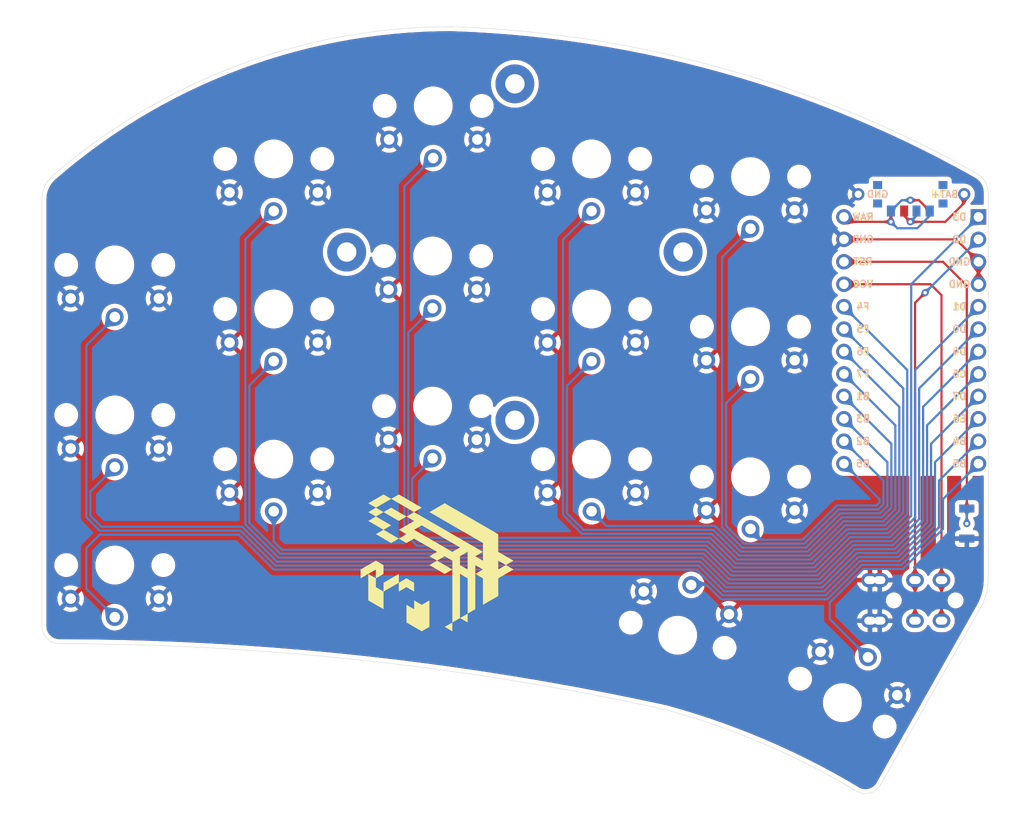
<source format=kicad_pcb>
(kicad_pcb (version 20211014) (generator pcbnew)
  (title_block (title "Clean Sweep") (date "2022-03-21") (rev "1.0") (company "lilylabs"))
  (layers (0 "F.Cu" signal) (31 "B.Cu" signal) (36 "B.SilkS" user "B.Silkscreen") (37 "F.SilkS" user "F.Silkscreen") (38 "B.Mask" user) (39 "F.Mask" user) (44 "Edge.Cuts" user))
  (net 0 "")
  (net 1 "bat+")
  (net 2 "gnd")
  (net 3 "sw18")
  (net 4 "vcc")
  (net 5 "unconnected-(PWRSW1-Pad1)")
  (net 6 "raw")
  (net 7 "rst")
  (net 8 "sw1")
  (net 9 "sw2")
  (net 10 "sw3")
  (net 11 "sw4")
  (net 12 "sw5")
  (net 13 "sw6")
  (net 14 "sw7")
  (net 15 "sw8")
  (net 16 "sw9")
  (net 17 "sw10")
  (net 18 "sw11")
  (net 19 "sw12")
  (net 20 "sw13")
  (net 21 "sw14")
  (net 22 "sw15")
  (net 23 "sw16")
  (net 24 "sw17")
  (footprint "clean-sweep:Kailh-PG1350-1u-reversible" (layer "F.Cu") (at 47 51)
    (fp_text reference "SW7" hide)
    (fp_text value "SW_Push" hide)
  )
  (footprint "clean-sweep:Kailh-PG1350-1u-reversible" (layer "F.Cu") (at 29 46)
    (fp_text reference "SW1" hide)
    (fp_text value "SW_Push" hide)
  )
  (footprint "clean-sweep:Kailh-PG1350-1u-reversible" (layer "F.Cu") (at 65.0675 28)
    (fp_text reference "SW3" hide)
    (fp_text value "SW_Push" hide)
  )
  (footprint "clean-sweep:TentingPuck" (layer "F.Cu") (at 74.314897 44.545229)
    (fp_text reference "TP1" hide)
    (fp_text value "Tenting Puck" hide)
  )
  (footprint "clean-sweep:Kailh-PG1350-1u-reversible" (layer "F.Cu") (at 83 51)
    (fp_text reference "SW9" hide)
    (fp_text value "SW_Push" hide)
  )
  (footprint "clean-sweep:Kailh-PG1350-1u-reversible" (layer "F.Cu") (at 92.750745 87.947188 165)
    (fp_text reference "SW16" hide)
    (fp_text value "SW_Push" hide)
  )
  (footprint "clean-sweep:Kailh-PG1350-1u-reversible" (layer "F.Cu") (at 47 68)
    (fp_text reference "SW12" hide)
    (fp_text value "SW_Push" hide)
  )
  (footprint "clean-sweep:Kailh-PG1350-1u-reversible" (layer "F.Cu") (at 83 34)
    (fp_text reference "SW4" hide)
    (fp_text value "SW_Push" hide)
  )
  (footprint "clean-sweep:Kailh-PG1350-1u-reversible" (layer "F.Cu") (at 29 80)
    (fp_text reference "SW11" hide)
    (fp_text value "SW_Push" hide)
  )
  (footprint "clean-sweep:Kailh-PG1350-1u-reversible" (layer "F.Cu") (at 111.405871 95.580387 150.5)
    (fp_text reference "SW17" hide)
    (fp_text value "SW_Push" hide)
  )
  (footprint "clean-sweep:Kailh-PG1350-1u-reversible" (layer "F.Cu") (at 29 63)
    (fp_text reference "SW6" hide)
    (fp_text value "SW_Push" hide)
  )
  (footprint "clean-sweep:SW_SPST_B3U-1000P-reversible" (layer "F.Cu") (at 125.5 75.3 90)
    (fp_text reference "RSW1" hide)
    (fp_text value "SW_Push" hide)
  )
  (footprint "clean-sweep:Kailh-PG1350-1u-reversible" (layer "F.Cu") (at 65 62)
    (fp_text reference "SW13" hide)
    (fp_text value "SW_Push" hide)
  )
  (footprint "clean-sweep:Kailh-PG1350-1u-reversible" (layer "F.Cu") (at 83 68)
    (fp_text reference "SW14" hide)
    (fp_text value "SW_Push" hide)
  )
  (footprint "clean-sweep:Kailh-PG1350-1u-reversible" (layer "F.Cu") (at 65 45)
    (fp_text reference "SW8" hide)
    (fp_text value "SW_Push" hide)
  )
  (footprint "clean-sweep:Kailh-PG1350-1u-reversible" (layer "F.Cu") (at 101 36)
    (fp_text reference "SW5" hide)
    (fp_text value "SW_Push" hide)
  )
  (footprint "clean-sweep:Kailh-PG1350-1u-reversible" (layer "F.Cu") (at 101 53)
    (fp_text reference "SW10" hide)
    (fp_text value "SW_Push" hide)
  )
  (footprint "clean-sweep:Bee" (layer "F.Cu") (at 65.5 80.5)
    (fp_text reference "Bee" hide)
    (fp_text value "G*****" hide)
  )
  (footprint "clean-sweep:Kailh-PG1350-1u-reversible" (layer "F.Cu") (at 47 34)
    (fp_text reference "SW2" hide)
    (fp_text value "SW_Push" hide)
  )
  (footprint "clean-sweep:TRRS-PJ-320A-reversible" (layer "F.Cu") (at 125.8325 84 -90)
    (fp_text reference "J1" hide)
    (fp_text value "TRRS" hide)
  )
  (footprint "clean-sweep:Kailh-PG1350-1u-reversible" (layer "F.Cu") (at 101 70)
    (fp_text reference "SW15" hide)
    (fp_text value "SW_Push" hide)
  )
  (footprint "clean-sweep:ProMicro" (layer "B.Cu") (at 119.2 52 180)
    (fp_text reference "U1" hide)
    (fp_text value "ProMicro" hide)
  )
  (footprint "clean-sweep:SW_SPDT_MSK-12C02-reversible" (layer "B.Cu") (at 119.1 38 180)
    (fp_text reference "PWRSW1" hide)
    (fp_text value "SW_SPDT" hide)
  )
  (footprint "clean-sweep:VIA-1.4mm" (layer "B.Cu") (at 119.181839 50.610244 180)
    (fp_text reference "BATGND1" hide)
    (fp_text value "MountingHole_Pad" hide)
  )
  (footprint "clean-sweep:VIA-1.4mm" (layer "B.Cu") (at 119.181839 50.610244 180)
    (fp_text reference "BAT+1" hide)
    (fp_text value "MountingHole_Pad" hide)
  )
  (gr_arc (start 91.414546 96.382519) (mid 102.534917 100.25948) (end 113.022946 105.616226) (layer "Edge.Cuts") (width 0.05))
  (gr_arc (start 127.917412 81.376746) (mid 127.726539 83.152886) (end 127.064092 84.811883) (layer "Edge.Cuts") (width 0.05))
  (gr_arc (start 22.773412 88.901692) (mid 21.306273 88.292852) (end 20.749412 86.805206) (layer "Edge.Cuts") (width 0.05))
  (gr_arc (start 67.095801 19.026712) (mid 97.901446 23.752482) (end 126.691021 35.689022) (layer "Edge.Cuts") (width 0.05))
  (gr_line (start 127.917412 81.376746) (end 127.917412 37.898912) (layer "Edge.Cuts") (width 0.05))
  (gr_arc (start 22.773412 88.901692) (mid 57.293854 90.808128) (end 91.414546 96.382519) (layer "Edge.Cuts") (width 0.05))
  (gr_arc (start 20.749412 38.610478) (mid 21.107531 37.037534) (end 22.122412 35.783573) (layer "Edge.Cuts") (width 0.05))
  (gr_arc (start 22.122412 35.783573) (mid 43.098936 23.352028) (end 67.095801 19.026712) (layer "Edge.Cuts") (width 0.05))
  (gr_arc (start 126.691021 35.689022) (mid 127.611188 36.623611) (end 127.917412 37.898912) (layer "Edge.Cuts") (width 0.05))
  (gr_arc (start 115.675412 104.969838) (mid 114.479723 105.82872) (end 113.022946 105.616226) (layer "Edge.Cuts") (width 0.05))
  (gr_line (start 20.749412 86.805206) (end 20.749412 38.610478) (layer "Edge.Cuts") (width 0.05))
  (gr_line (start 115.675412 104.969838) (end 127.064092 84.811883) (layer "Edge.Cuts") (width 0.05))
  (gr_text "GND" (at 115.4 38) (layer "B.SilkS") (effects (font (size 0.8 0.8)) (justify mirror)))
  (gr_text "BAT+" (at 123 38) (layer "B.SilkS") (effects (font (size 0.8 0.8)) (justify mirror)))
  (gr_text "GND" (at 115.4 38) (layer "F.SilkS") (effects (font (size 0.8 0.8))))
  (gr_text "BAT+" (at 123 38) (layer "F.SilkS") (effects (font (size 0.8 0.8))))
  (segment (start 123.063326 41.124502) (end 125.2 38.987828) (width 0.25) (layer "F.Cu") (net 1))
  (segment (start 125.2 38.987828) (end 125.2 38) (width 0.25) (layer "F.Cu") (net 1))
  (segment (start 119.1 41.124502) (end 123.063326 41.124502) (width 0.25) (layer "F.Cu") (net 1))
  (segment (start 118.4 40.424502) (end 119.1 41.124502) (width 0.25) (layer "F.Cu") (net 1))
  (segment (start 118.4 39.9) (end 118.4 40.424502) (width 0.25) (layer "F.Cu") (net 1))
  (via (at 119.1 41.124502) (size 0.8) (drill 0.4) (layers "F.Cu" "B.Cu") (net 1))
  (segment (start 119.8 39.9) (end 119.8 40.424502) (width 0.25) (layer "B.Cu") (net 1))
  (segment (start 119.8 40.424502) (end 119.1 41.124502) (width 0.25) (layer "B.Cu") (net 1))
  (segment (start 111.58 43.11) (end 124.28 43.11) (width 0.25) (layer "F.Cu") (net 2))
  (segment (start 126.82 48.19) (end 126.82 45.65) (width 0.25) (layer "F.Cu") (net 2))
  (segment (start 124.28 43.11) (end 126.82 45.65) (width 0.25) (layer "F.Cu") (net 2))
  (segment (start 119.6325 50.299448) (end 119.6325 81.7) (width 0.25) (layer "F.Cu") (net 3))
  (segment (start 120.779678 49.15227) (end 119.6325 50.299448) (width 0.25) (layer "F.Cu") (net 3))
  (segment (start 119.6325 86.3) (end 119.6325 81.7) (width 0.25) (layer "F.Cu") (net 3))
  (via (at 120.779678 49.15227) (size 0.8) (drill 0.4) (layers "F.Cu" "B.Cu") (net 3))
  (segment (start 126.82 43.11) (end 120.779678 49.150322) (width 0.25) (layer "B.Cu") (net 3))
  (segment (start 120.779678 49.150322) (end 120.779678 49.15227) (width 0.25) (layer "B.Cu") (net 3))
  (segment (start 122.6325 49.433217) (end 121.389283 48.19) (width 0.25) (layer "F.Cu") (net 4))
  (segment (start 121.389283 48.19) (end 111.58 48.19) (width 0.25) (layer "F.Cu") (net 4))
  (segment (start 122.6325 81.7) (end 122.6325 49.433217) (width 0.25) (layer "F.Cu") (net 4))
  (segment (start 122.6325 86.3) (end 122.6325 81.7) (width 0.25) (layer "F.Cu") (net 4))
  (segment (start 120.075498 38.675498) (end 121.3 39.9) (width 0.25) (layer "F.Cu") (net 5))
  (segment (start 119.1 38.675498) (end 120.075498 38.675498) (width 0.25) (layer "F.Cu") (net 5))
  (via (at 119.1 38.675498) (size 0.8) (drill 0.4) (layers "F.Cu" "B.Cu") (net 5))
  (segment (start 118.124502 38.675498) (end 116.9 39.9) (width 0.25) (layer "B.Cu") (net 5))
  (segment (start 119.1 38.675498) (end 118.124502 38.675498) (width 0.25) (layer "B.Cu") (net 5))
  (segment (start 116.9 39.9) (end 116.9 41.124502) (width 0.25) (layer "F.Cu") (net 6))
  (segment (start 116.9 41.124502) (end 112.134502 41.124502) (width 0.25) (layer "F.Cu") (net 6))
  (segment (start 112.134502 41.124502) (end 111.58 40.57) (width 0.25) (layer "F.Cu") (net 6))
  (via (at 116.9 41.124502) (size 0.8) (drill 0.4) (layers "F.Cu" "B.Cu") (net 6))
  (segment (start 117.624511 41.849013) (end 116.9 41.124502) (width 0.25) (layer "B.Cu") (net 6))
  (segment (start 121.3 39.9) (end 121.3 40.440384) (width 0.25) (layer "B.Cu") (net 6))
  (segment (start 119.891371 41.849013) (end 117.624511 41.849013) (width 0.25) (layer "B.Cu") (net 6))
  (segment (start 121.3 40.440384) (end 119.891371 41.849013) (width 0.25) (layer "B.Cu") (net 6))
  (segment (start 122.790591 45.65) (end 111.58 45.65) (width 0.25) (layer "F.Cu") (net 7))
  (segment (start 125.5 73.6) (end 125.5 75.3) (width 0.25) (layer "F.Cu") (net 7))
  (segment (start 125.5 73.6) (end 125.5 48.359409) (width 0.25) (layer "F.Cu") (net 7))
  (segment (start 125.5 48.359409) (end 122.790591 45.65) (width 0.25) (layer "F.Cu") (net 7))
  (via (at 125.5 75.3) (size 0.8) (drill 0.4) (layers "F.Cu" "B.Cu") (net 7))
  (segment (start 125.5 73.6) (end 125.5 75.3) (width 0.25) (layer "B.Cu") (net 7))
  (segment (start 47.186728 80.062316) (end 43.226869 76.102457) (width 0.25) (layer "B.Cu") (net 8))
  (segment (start 113.217696 79.088259) (end 109.336272 82.969683) (width 0.25) (layer "B.Cu") (net 8))
  (segment (start 109.336272 82.969683) (end 98.031752 82.969683) (width 0.25) (layer "B.Cu") (net 8))
  (segment (start 121.4476 75.353403) (end 117.712744 79.088259) (width 0.25) (layer "B.Cu") (net 8))
  (segment (start 98.031752 82.969683) (end 95.124385 80.062316) (width 0.25) (layer "B.Cu") (net 8))
  (segment (start 43.226869 76.102457) (end 27.299666 76.102457) (width 0.25) (layer "B.Cu") (net 8))
  (segment (start 27.299666 76.102457) (end 25.784911 74.587701) (width 0.25) (layer "B.Cu") (net 8))
  (segment (start 25.784911 74.587701) (end 25.784911 55.115089) (width 0.25) (layer "B.Cu") (net 8))
  (segment (start 117.712744 79.088259) (end 113.217696 79.088259) (width 0.25) (layer "B.Cu") (net 8))
  (segment (start 95.124385 80.062316) (end 47.186728 80.062316) (width 0.25) (layer "B.Cu") (net 8))
  (segment (start 121.4476 66.2624) (end 121.4476 75.353403) (width 0.25) (layer "B.Cu") (net 8))
  (segment (start 25.784911 55.115089) (end 29 51.9) (width 0.25) (layer "B.Cu") (net 8))
  (segment (start 126.82 60.89) (end 121.4476 66.2624) (width 0.25) (layer "B.Cu") (net 8))
  (segment (start 117.340348 78.189219) (end 112.8453 78.189219) (width 0.25) (layer "B.Cu") (net 9))
  (segment (start 47.559125 79.163276) (end 43.784479 75.38863) (width 0.25) (layer "B.Cu") (net 9))
  (segment (start 112.8453 78.189219) (end 108.963875 82.070643) (width 0.25) (layer "B.Cu") (net 9))
  (segment (start 120.54856 62.08144) (end 120.54856 74.981007) (width 0.25) (layer "B.Cu") (net 9))
  (segment (start 120.54856 74.981007) (end 117.340348 78.189219) (width 0.25) (layer "B.Cu") (net 9))
  (segment (start 126.82 55.81) (end 120.54856 62.08144) (width 0.25) (layer "B.Cu") (net 9))
  (segment (start 108.963875 82.070643) (end 98.404148 82.070643) (width 0.25) (layer "B.Cu") (net 9))
  (segment (start 43.784479 43.115521) (end 47 39.9) (width 0.25) (layer "B.Cu") (net 9))
  (segment (start 43.784479 75.38863) (end 43.784479 43.115521) (width 0.25) (layer "B.Cu") (net 9))
  (segment (start 98.404148 82.070643) (end 95.496781 79.163276) (width 0.25) (layer "B.Cu") (net 9))
  (segment (start 95.496781 79.163276) (end 47.559125 79.163276) (width 0.25) (layer "B.Cu") (net 9))
  (segment (start 61.793355 37.106645) (end 65 33.9) (width 0.25) (layer "B.Cu") (net 10))
  (segment (start 96.055375 77.814716) (end 63.231884 77.814716) (width 0.25) (layer "B.Cu") (net 10))
  (segment (start 119.2 74.422413) (end 116.781754 76.840659) (width 0.25) (layer "B.Cu") (net 10))
  (segment (start 98.962742 80.722083) (end 96.055375 77.814716) (width 0.25) (layer "B.Cu") (net 10))
  (segment (start 116.781754 76.840659) (end 112.286706 76.840659) (width 0.25) (layer "B.Cu") (net 10))
  (segment (start 61.793355 76.376187) (end 61.793355 37.106645) (width 0.25) (layer "B.Cu") (net 10))
  (segment (start 112.286706 76.840659) (end 108.405281 80.722083) (width 0.25) (layer "B.Cu") (net 10))
  (segment (start 108.405281 80.722083) (end 98.962742 80.722083) (width 0.25) (layer "B.Cu") (net 10))
  (segment (start 63.231884 77.814716) (end 61.793355 76.376187) (width 0.25) (layer "B.Cu") (net 10))
  (segment (start 126.82 40.57) (end 119.2 48.19) (width 0.25) (layer "B.Cu") (net 10))
  (segment (start 119.2 48.19) (end 119.2 74.422413) (width 0.25) (layer "B.Cu") (net 10))
  (segment (start 107.846687 79.373523) (end 99.521336 79.373523) (width 0.25) (layer "B.Cu") (net 11))
  (segment (start 111.728112 75.492099) (end 107.846687 79.373523) (width 0.25) (layer "B.Cu") (net 11))
  (segment (start 111.58 55.81) (end 117.85144 62.08144) (width 0.25) (layer "B.Cu") (net 11))
  (segment (start 117.85144 73.863819) (end 116.22316 75.492099) (width 0.25) (layer "B.Cu") (net 11))
  (segment (start 116.22316 75.492099) (end 111.728112 75.492099) (width 0.25) (layer "B.Cu") (net 11))
  (segment (start 117.85144 62.08144) (end 117.85144 73.863819) (width 0.25) (layer "B.Cu") (net 11))
  (segment (start 79.764488 43.135512) (end 83 39.9) (width 0.25) (layer "B.Cu") (net 11))
  (segment (start 99.521336 79.373523) (end 96.613969 76.466156) (width 0.25) (layer "B.Cu") (net 11))
  (segment (start 79.764488 74.320953) (end 79.764488 43.135512) (width 0.25) (layer "B.Cu") (net 11))
  (segment (start 96.613969 76.466156) (end 81.909691 76.466156) (width 0.25) (layer "B.Cu") (net 11))
  (segment (start 81.909691 76.466156) (end 79.764488 74.320953) (width 0.25) (layer "B.Cu") (net 11))
  (segment (start 97.783184 75.728217) (end 97.783184 45.116816) (width 0.25) (layer "B.Cu") (net 12))
  (segment (start 97.783184 45.116816) (end 101 41.9) (width 0.25) (layer "B.Cu") (net 12))
  (segment (start 116.50288 68.35288) (end 116.50288 73.305225) (width 0.25) (layer "B.Cu") (net 12))
  (segment (start 115.664566 74.143539) (end 111.169518 74.143539) (width 0.25) (layer "B.Cu") (net 12))
  (segment (start 107.288093 78.024963) (end 100.07993 78.024963) (width 0.25) (layer "B.Cu") (net 12))
  (segment (start 111.169518 74.143539) (end 107.288093 78.024963) (width 0.25) (layer "B.Cu") (net 12))
  (segment (start 111.58 63.43) (end 116.50288 68.35288) (width 0.25) (layer "B.Cu") (net 12))
  (segment (start 116.50288 73.305225) (end 115.664566 74.143539) (width 0.25) (layer "B.Cu") (net 12))
  (segment (start 100.07993 78.024963) (end 97.783184 75.728217) (width 0.25) (layer "B.Cu") (net 12))
  (segment (start 126.82 58.35) (end 120.99808 64.17192) (width 0.25) (layer "B.Cu") (net 13))
  (segment (start 26.234431 71.665569) (end 29 68.9) (width 0.25) (layer "B.Cu") (net 13))
  (segment (start 120.99808 64.17192) (end 120.99808 75.167205) (width 0.25) (layer "B.Cu") (net 13))
  (segment (start 95.310583 79.612796) (end 47.372925 79.612796) (width 0.25) (layer "B.Cu") (net 13))
  (segment (start 120.99808 75.167205) (end 117.526546 78.638739) (width 0.25) (layer "B.Cu") (net 13))
  (segment (start 43.413066 75.652937) (end 27.485864 75.652937) (width 0.25) (layer "B.Cu") (net 13))
  (segment (start 27.485864 75.652937) (end 26.234431 74.401504) (width 0.25) (layer "B.Cu") (net 13))
  (segment (start 26.234431 74.401504) (end 26.234431 71.665569) (width 0.25) (layer "B.Cu") (net 13))
  (segment (start 47.372925 79.612796) (end 43.413066 75.652937) (width 0.25) (layer "B.Cu") (net 13))
  (segment (start 109.150072 82.520163) (end 98.21795 82.520163) (width 0.25) (layer "B.Cu") (net 13))
  (segment (start 98.21795 82.520163) (end 95.310583 79.612796) (width 0.25) (layer "B.Cu") (net 13))
  (segment (start 113.031498 78.638739) (end 109.150072 82.520163) (width 0.25) (layer "B.Cu") (net 13))
  (segment (start 117.526546 78.638739) (end 113.031498 78.638739) (width 0.25) (layer "B.Cu") (net 13))
  (segment (start 120.09904 74.794809) (end 117.15415 77.739699) (width 0.25) (layer "B.Cu") (net 14))
  (segment (start 44.233999 59.666001) (end 47 56.9) (width 0.25) (layer "B.Cu") (net 14))
  (segment (start 98.590346 81.621123) (end 95.682979 78.713756) (width 0.25) (layer "B.Cu") (net 14))
  (segment (start 95.682979 78.713756) (end 47.745323 78.713756) (width 0.25) (layer "B.Cu") (net 14))
  (segment (start 44.233999 75.202432) (end 44.233999 59.666001) (width 0.25) (layer "B.Cu") (net 14))
  (segment (start 112.659102 77.739699) (end 108.777678 81.621123) (width 0.25) (layer "B.Cu") (net 14))
  (segment (start 126.82 53.27) (end 120.09904 59.99096) (width 0.25) (layer "B.Cu") (net 14))
  (segment (start 108.777678 81.621123) (end 98.590346 81.621123) (width 0.25) (layer "B.Cu") (net 14))
  (segment (start 47.745323 78.713756) (end 44.233999 75.202432) (width 0.25) (layer "B.Cu") (net 14))
  (segment (start 120.09904 59.99096) (end 120.09904 74.794809) (width 0.25) (layer "B.Cu") (net 14))
  (segment (start 117.15415 77.739699) (end 112.659102 77.739699) (width 0.25) (layer "B.Cu") (net 14))
  (segment (start 118.75048 74.236215) (end 116.595556 76.391139) (width 0.25) (layer "B.Cu") (net 15))
  (segment (start 111.58 50.73) (end 118.75048 57.90048) (width 0.25) (layer "B.Cu") (net 15))
  (segment (start 112.100508 76.391139) (end 108.219084 80.272563) (width 0.25) (layer "B.Cu") (net 15))
  (segment (start 116.595556 76.391139) (end 112.100508 76.391139) (width 0.25) (layer "B.Cu") (net 15))
  (segment (start 118.75048 57.90048) (end 118.75048 74.236215) (width 0.25) (layer "B.Cu") (net 15))
  (segment (start 99.14894 80.272563) (end 96.241573 77.365196) (width 0.25) (layer "B.Cu") (net 15))
  (segment (start 62.242875 53.657125) (end 65 50.9) (width 0.25) (layer "B.Cu") (net 15))
  (segment (start 63.418082 77.365196) (end 62.242875 76.18999) (width 0.25) (layer "B.Cu") (net 15))
  (segment (start 108.219084 80.272563) (end 99.14894 80.272563) (width 0.25) (layer "B.Cu") (net 15))
  (segment (start 96.241573 77.365196) (end 63.418082 77.365196) (width 0.25) (layer "B.Cu") (net 15))
  (segment (start 62.242875 76.18999) (end 62.242875 53.657125) (width 0.25) (layer "B.Cu") (net 15))
  (segment (start 82.095889 76.016636) (end 80.214008 74.134755) (width 0.25) (layer "B.Cu") (net 16))
  (segment (start 99.707534 78.924003) (end 96.800167 76.016636) (width 0.25) (layer "B.Cu") (net 16))
  (segment (start 116.036962 75.042579) (end 111.541914 75.042579) (width 0.25) (layer "B.Cu") (net 16))
  (segment (start 117.40192 64.17192) (end 117.40192 73.677621) (width 0.25) (layer "B.Cu") (net 16))
  (segment (start 117.40192 73.677621) (end 116.036962 75.042579) (width 0.25) (layer "B.Cu") (net 16))
  (segment (start 80.214008 59.685992) (end 83 56.9) (width 0.25) (layer "B.Cu") (net 16))
  (segment (start 107.66049 78.924003) (end 99.707534 78.924003) (width 0.25) (layer "B.Cu") (net 16))
  (segment (start 96.800167 76.016636) (end 82.095889 76.016636) (width 0.25) (layer "B.Cu") (net 16))
  (segment (start 111.58 58.35) (end 117.40192 64.17192) (width 0.25) (layer "B.Cu") (net 16))
  (segment (start 80.214008 74.134755) (end 80.214008 59.685992) (width 0.25) (layer "B.Cu") (net 16))
  (segment (start 111.541914 75.042579) (end 107.66049 78.924003) (width 0.25) (layer "B.Cu") (net 16))
  (segment (start 116.05336 70.44336) (end 116.05336 73.119027) (width 0.25) (layer "B.Cu") (net 17))
  (segment (start 98.232704 61.667296) (end 101 58.9) (width 0.25) (layer "B.Cu") (net 17))
  (segment (start 107.101896 77.575443) (end 100.266128 77.575443) (width 0.25) (layer "B.Cu") (net 17))
  (segment (start 115.478368 73.694019) (end 110.98332 73.694019) (width 0.25) (layer "B.Cu") (net 17))
  (segment (start 111.58 65.97) (end 116.05336 70.44336) (width 0.25) (layer "B.Cu") (net 17))
  (segment (start 100.266128 77.575443) (end 98.232704 75.542019) (width 0.25) (layer "B.Cu") (net 17))
  (segment (start 98.232704 75.542019) (end 98.232704 61.667296) (width 0.25) (layer "B.Cu") (net 17))
  (segment (start 110.98332 73.694019) (end 107.101896 77.575443) (width 0.25) (layer "B.Cu") (net 17))
  (segment (start 116.05336 73.119027) (end 115.478368 73.694019) (width 0.25) (layer "B.Cu") (net 17))
  (segment (start 27.298615 76.551977) (end 25.785964 78.064628) (width 0.25) (layer "B.Cu") (net 18))
  (segment (start 117.898942 79.537779) (end 113.403894 79.537779) (width 0.25) (layer "B.Cu") (net 18))
  (segment (start 121.897119 68.352881) (end 121.897119 75.539602) (width 0.25) (layer "B.Cu") (net 18))
  (segment (start 25.785964 78.064628) (end 25.785964 82.685964) (width 0.25) (layer "B.Cu") (net 18))
  (segment (start 25.785964 82.685964) (end 29 85.9) (width 0.25) (layer "B.Cu") (net 18))
  (segment (start 94.938187 80.511836) (end 47.000531 80.511836) (width 0.25) (layer "B.Cu") (net 18))
  (segment (start 126.82 63.43) (end 121.897119 68.352881) (width 0.25) (layer "B.Cu") (net 18))
  (segment (start 43.040672 76.551977) (end 27.298615 76.551977) (width 0.25) (layer "B.Cu") (net 18))
  (segment (start 121.897119 75.539602) (end 117.898942 79.537779) (width 0.25) (layer "B.Cu") (net 18))
  (segment (start 97.845554 83.419203) (end 94.938187 80.511836) (width 0.25) (layer "B.Cu") (net 18))
  (segment (start 47.000531 80.511836) (end 43.040672 76.551977) (width 0.25) (layer "B.Cu") (net 18))
  (segment (start 109.522469 83.419203) (end 97.845554 83.419203) (width 0.25) (layer "B.Cu") (net 18))
  (segment (start 113.403894 79.537779) (end 109.522469 83.419203) (width 0.25) (layer "B.Cu") (net 18))
  (segment (start 126.82 50.73) (end 119.64952 57.90048) (width 0.25) (layer "B.Cu") (net 19))
  (segment (start 112.472904 77.290179) (end 108.591478 81.171603) (width 0.25) (layer "B.Cu") (net 19))
  (segment (start 116.967952 77.290179) (end 112.472904 77.290179) (width 0.25) (layer "B.Cu") (net 19))
  (segment (start 108.591478 81.171603) (end 98.776544 81.171603) (width 0.25) (layer "B.Cu") (net 19))
  (segment (start 47.931521 78.264236) (end 47 77.332715) (width 0.25) (layer "B.Cu") (net 19))
  (segment (start 47 77.332715) (end 47 73.9) (width 0.25) (layer "B.Cu") (net 19))
  (segment (start 98.776544 81.171603) (end 95.869177 78.264236) (width 0.25) (layer "B.Cu") (net 19))
  (segment (start 119.64952 57.90048) (end 119.64952 74.608611) (width 0.25) (layer "B.Cu") (net 19))
  (segment (start 119.64952 74.608611) (end 116.967952 77.290179) (width 0.25) (layer "B.Cu") (net 19))
  (segment (start 95.869177 78.264236) (end 47.931521 78.264236) (width 0.25) (layer "B.Cu") (net 19))
  (segment (start 118.30096 74.050017) (end 116.409358 75.941619) (width 0.25) (layer "B.Cu") (net 20))
  (segment (start 99.335138 79.823043) (end 96.427771 76.915676) (width 0.25) (layer "B.Cu") (net 20))
  (segment (start 116.409358 75.941619) (end 111.91431 75.941619) (width 0.25) (layer "B.Cu") (net 20))
  (segment (start 111.58 53.27) (end 118.30096 59.99096) (width 0.25) (layer "B.Cu") (net 20))
  (segment (start 96.427771 76.915676) (end 63.604279 76.915676) (width 0.25) (layer "B.Cu") (net 20))
  (segment (start 118.30096 59.99096) (end 118.30096 74.050017) (width 0.25) (layer "B.Cu") (net 20))
  (segment (start 108.032884 79.823043) (end 99.335138 79.823043) (width 0.25) (layer "B.Cu") (net 20))
  (segment (start 62.692395 76.003792) (end 62.692395 70.207605) (width 0.25) (layer "B.Cu") (net 20))
  (segment (start 62.692395 70.207605) (end 65 67.9) (width 0.25) (layer "B.Cu") (net 20))
  (segment (start 63.604279 76.915676) (end 62.692395 76.003792) (width 0.25) (layer "B.Cu") (net 20))
  (segment (start 111.91431 75.941619) (end 108.032884 79.823043) (width 0.25) (layer "B.Cu") (net 20))
  (segment (start 115.850764 74.593059) (end 111.355716 74.593059) (width 0.25) (layer "B.Cu") (net 21))
  (segment (start 96.986365 75.567116) (end 84.667116 75.567116) (width 0.25) (layer "B.Cu") (net 21))
  (segment (start 84.667116 75.567116) (end 83 73.9) (width 0.25) (layer "B.Cu") (net 21))
  (segment (start 99.893732 78.474483) (end 96.986365 75.567116) (width 0.25) (layer "B.Cu") (net 21))
  (segment (start 111.58 60.89) (end 116.9524 66.2624) (width 0.25) (layer "B.Cu") (net 21))
  (segment (start 116.9524 66.2624) (end 116.9524 73.491423) (width 0.25) (layer "B.Cu") (net 21))
  (segment (start 116.9524 73.491423) (end 115.850764 74.593059) (width 0.25) (layer "B.Cu") (net 21))
  (segment (start 111.355716 74.593059) (end 107.47429 78.474483) (width 0.25) (layer "B.Cu") (net 21))
  (segment (start 107.47429 78.474483) (end 99.893732 78.474483) (width 0.25) (layer "B.Cu") (net 21))
  (segment (start 110.797122 73.244499) (end 115.29217 73.244499) (width 0.25) (layer "B.Cu") (net 22))
  (segment (start 102.225923 77.125923) (end 106.915698 77.125923) (width 0.25) (layer "B.Cu") (net 22))
  (segment (start 115.60384 72.932829) (end 115.60384 72.53384) (width 0.25) (layer "B.Cu") (net 22))
  (segment (start 106.915698 77.125923) (end 110.797122 73.244499) (width 0.25) (layer "B.Cu") (net 22))
  (segment (start 115.60384 72.53384) (end 111.58 68.51) (width 0.25) (layer "B.Cu") (net 22))
  (segment (start 115.29217 73.244499) (end 115.60384 72.932829) (width 0.25) (layer "B.Cu") (net 22))
  (segment (start 101 75.9) (end 102.225923 77.125923) (width 0.25) (layer "B.Cu") (net 22))
  (segment (start 122.346639 70.443361) (end 122.346639 75.7258) (width 0.25) (layer "B.Cu") (net 23))
  (segment (start 97.659356 83.868723) (end 96.038859 82.248226) (width 0.25) (layer "B.Cu") (net 23))
  (segment (start 126.82 65.97) (end 122.346639 70.443361) (width 0.25) (layer "B.Cu") (net 23))
  (segment (start 122.346639 75.7258) (end 118.08514 79.987299) (width 0.25) (layer "B.Cu") (net 23))
  (segment (start 96.038859 82.248226) (end 94.277777 82.248226) (width 0.25) (layer "B.Cu") (net 23))
  (segment (start 109.708666 83.868723) (end 97.659356 83.868723) (width 0.25) (layer "B.Cu") (net 23))
  (segment (start 113.590092 79.987299) (end 109.708666 83.868723) (width 0.25) (layer "B.Cu") (net 23))
  (segment (start 118.08514 79.987299) (end 113.590092 79.987299) (width 0.25) (layer "B.Cu") (net 23))
  (segment (start 109.97314 86.107258) (end 114.31117 90.445288) (width 0.25) (layer "B.Cu") (net 24))
  (segment (start 118.271338 80.436819) (end 113.77629 80.436819) (width 0.25) (layer "B.Cu") (net 24))
  (segment (start 109.97314 84.239969) (end 109.97314 86.107258) (width 0.25) (layer "B.Cu") (net 24))
  (segment (start 126.82 68.51) (end 122.796159 72.533841) (width 0.25) (layer "B.Cu") (net 24))
  (segment (start 122.796159 72.533841) (end 122.796159 75.911998) (width 0.25) (layer "B.Cu") (net 24))
  (segment (start 122.796159 75.911998) (end 118.271338 80.436819) (width 0.25) (layer "B.Cu") (net 24))
  (segment (start 113.77629 80.436819) (end 109.97314 84.239969) (width 0.25) (layer "B.Cu") (net 24))
  (zone (net 2) (net_name "gnd") (layer "F.Cu") (priority 16962) (connect_pads yes (clearance 0)) (min_thickness 0.0254) (fill yes (thermal_gap 0.508) (thermal_bridge_width 0.508))
    (polygon (pts (xy 126.945 47.3963) (xy 126.955696 47.190044) (xy 126.98598 47.021007) (xy 127.033146 46.881051) (xy 127.094488 46.762036) (xy 127.167299 46.655825) (xy 127.248873 46.554279) (xy 127.336503 46.449258) (xy 127.427483 46.332626) (xy 127.519108 46.196242) (xy 127.60867 46.03197) (xy 126.82 45.21185) (xy 126.03133 46.03197) (xy 126.120891 46.196242) (xy 126.212516 46.332626) (xy 126.303496 46.449258) (xy 126.391126 46.554279) (xy 126.4727 46.655825) (xy 126.545511 46.762036) (xy 126.606853 46.881051) (xy 126.654019 47.021007) (xy 126.684303 47.190044) (xy 126.695 47.3963)))
  )
  (zone (net 2) (net_name "gnd") (layer "F.Cu") (priority 16962) (connect_pads yes (clearance 0)) (min_thickness 0.0254) (fill yes (thermal_gap 0.508) (thermal_bridge_width 0.508))
    (polygon (pts (xy 125.496792 44.503569) (xy 125.635073 44.656976) (xy 125.733185 44.797918) (xy 125.798798 44.930233) (xy 125.839579 45.057764) (xy 125.863196 45.184352) (xy 125.877319 45.313837) (xy 125.889616 45.450062) (xy 125.907755 45.596866) (xy 125.939404 45.758092) (xy 125.992233 45.93758) (xy 127.129818 45.959818) (xy 127.10758 44.822233) (xy 126.928092 44.769404) (xy 126.766866 44.737755) (xy 126.620062 44.719616) (xy 126.483837 44.707319) (xy 126.354352 44.693196) (xy 126.227764 44.669579) (xy 126.100233 44.628798) (xy 125.967918 44.563185) (xy 125.826976 44.465073) (xy 125.673569 44.326792)))
  )
  (zone (net 6) (net_name "raw") (layer "F.Cu") (priority 16962) (connect_pads yes (clearance 0)) (min_thickness 0.0254) (fill yes (thermal_gap 0.508) (thermal_bridge_width 0.508))
    (polygon (pts (xy 113.140802 40.999502) (xy 112.990066 40.989031) (xy 112.867849 40.958711) (xy 112.769623 40.910174) (xy 112.690856 40.845054) (xy 112.627018 40.764986) (xy 112.573581 40.671603) (xy 112.526015 40.566541) (xy 112.479789 40.451432) (xy 112.430373 40.327911) (xy 112.373239 40.197613) (xy 111.239543 40.294203) (xy 111.58 41.4463) (xy 111.771309 41.440789) (xy 111.933628 41.425833) (xy 112.074891 41.403791) (xy 112.203035 41.377027) (xy 112.325996 41.347901) (xy 112.451709 41.318774) (xy 112.58811 41.29201) (xy 112.743136 41.269968) (xy 112.924721 41.255012) (xy 113.140802 41.249502)))
  )
  (zone (net 7) (net_name "rst") (layer "F.Cu") (priority 16962) (connect_pads yes (clearance 0)) (min_thickness 0.0254) (fill yes (thermal_gap 0.508) (thermal_bridge_width 0.508))
    (polygon (pts (xy 125.375 72.71) (xy 125.370953 72.812503) (xy 125.359367 72.89797) (xy 125.341072 72.970028) (xy 125.316901 73.032307) (xy 125.287684 73.088436) (xy 125.254252 73.142044) (xy 125.217436 73.19676) (xy 125.178068 73.256214) (xy 125.136979 73.324034) (xy 125.095 73.40385) (xy 125.5 73.825) (xy 125.905 73.40385) (xy 125.86302 73.324034) (xy 125.821931 73.256214) (xy 125.782563 73.19676) (xy 125.745747 73.142044) (xy 125.712315 73.088436) (xy 125.683098 73.032307) (xy 125.658927 72.970028) (xy 125.640632 72.89797) (xy 125.629046 72.812503) (xy 125.625 72.71)))
  )
  (zone (net 6) (net_name "raw") (layer "F.Cu") (priority 16962) (connect_pads yes (clearance 0)) (min_thickness 0.0254) (fill yes (thermal_gap 0.508) (thermal_bridge_width 0.508))
    (polygon (pts (xy 116.11 41.249502) (xy 116.200461 41.252768) (xy 116.276222 41.26216) (xy 116.340389 41.277066) (xy 116.396064 41.296876) (xy 116.446352 41.320978) (xy 116.494359 41.348763) (xy 116.543187 41.379618) (xy 116.595941 41.412934) (xy 116.655725 41.448098) (xy 116.725645 41.484502) (xy 117.1 41.124502) (xy 116.725645 40.764502) (xy 116.655725 40.800905) (xy 116.595941 40.836069) (xy 116.543187 40.869385) (xy 116.494359 40.90024) (xy 116.446352 40.928025) (xy 116.396064 40.952127) (xy 116.340389 40.971937) (xy 116.276222 40.986843) (xy 116.200461 40.996235) (xy 116.11 40.999502)))
  )
  (zone (net 3) (net_name "sw18") (layer "F.Cu") (priority 16962) (connect_pads yes (clearance 0)) (min_thickness 0.0254) (fill yes (thermal_gap 0.508) (thermal_bridge_width 0.508))
    (polygon (pts (xy 119.5075 84.71) (xy 119.49798 84.897261) (xy 119.471007 85.050968) (xy 119.428961 85.178444) (xy 119.374221 85.287008) (xy 119.309168 85.383984) (xy 119.236182 85.476693) (xy 119.157642 85.572456) (xy 119.075928 85.678595) (xy 118.993421 85.802432) (xy 118.9125 85.951289) (xy 119.6325 86.7) (xy 120.3525 85.951289) (xy 120.271578 85.802432) (xy 120.189071 85.678595) (xy 120.107357 85.572456) (xy 120.028817 85.476693) (xy 119.955831 85.383984) (xy 119.890778 85.287008) (xy 119.836038 85.178444) (xy 119.793992 85.050968) (xy 119.767019 84.897261) (xy 119.7575 84.71)))
  )
  (zone (net 7) (net_name "rst") (layer "F.Cu") (priority 16962) (connect_pads yes (clearance 0)) (min_thickness 0.0254) (fill yes (thermal_gap 0.508) (thermal_bridge_width 0.508))
    (polygon (pts (xy 113.3263 45.525) (xy 113.120044 45.514303) (xy 112.951007 45.484019) (xy 112.811051 45.436853) (xy 112.692036 45.375511) (xy 112.585825 45.3027) (xy 112.484279 45.221126) (xy 112.379258 45.133496) (xy 112.262626 45.042516) (xy 112.126242 44.950891) (xy 111.96197 44.86133) (xy 111.14185 45.65) (xy 111.96197 46.43867) (xy 112.126242 46.349108) (xy 112.262626 46.257483) (xy 112.379258 46.166503) (xy 112.484279 46.078873) (xy 112.585825 45.997299) (xy 112.692036 45.924488) (xy 112.811051 45.863146) (xy 112.951007 45.81598) (xy 113.120044 45.785696) (xy 113.3263 45.775)))
  )
  (zone (net 1) (net_name "bat+") (layer "F.Cu") (priority 16962) (connect_pads yes (clearance 0)) (min_thickness 0.0254) (fill yes (thermal_gap 0.508) (thermal_bridge_width 0.508))
    (polygon (pts (xy 118.452998 40.654277) (xy 118.514653 40.720552) (xy 118.561584 40.780764) (xy 118.596416 40.836677) (xy 118.621777 40.890052) (xy 118.640293 40.942655) (xy 118.654592 40.996247) (xy 118.6673 41.052591) (xy 118.681046 41.113451) (xy 118.698454 41.18059) (xy 118.722154 41.255772) (xy 119.241421 41.265923) (xy 119.23127 40.746656) (xy 119.156088 40.722956) (xy 119.088949 40.705548) (xy 119.028089 40.691802) (xy 118.971745 40.679094) (xy 118.918153 40.664795) (xy 118.86555 40.646279) (xy 118.812175 40.620918) (xy 118.756262 40.586086) (xy 118.69605 40.539155) (xy 118.629775 40.4775)))
  )
  (zone (net 3) (net_name "sw18") (layer "F.Cu") (priority 16962) (connect_pads yes (clearance 0)) (min_thickness 0.0254) (fill yes (thermal_gap 0.508) (thermal_bridge_width 0.508))
    (polygon (pts (xy 120.309453 49.799272) (xy 120.375728 49.737616) (xy 120.43594 49.690685) (xy 120.491853 49.655853) (xy 120.545228 49.630492) (xy 120.597831 49.611976) (xy 120.651423 49.597677) (xy 120.707767 49.584969) (xy 120.768627 49.571223) (xy 120.835766 49.553815) (xy 120.910948 49.530116) (xy 120.921099 49.010849) (xy 120.401832 49.021) (xy 120.378132 49.096181) (xy 120.360724 49.16332) (xy 120.346978 49.22418) (xy 120.33427 49.280524) (xy 120.319971 49.334116) (xy 120.301455 49.386719) (xy 120.276094 49.440094) (xy 120.241262 49.496007) (xy 120.194331 49.556219) (xy 120.132676 49.622495)))
  )
  (zone (net 7) (net_name "rst") (layer "F.Cu") (priority 16962) (connect_pads yes (clearance 0)) (min_thickness 0.0254) (fill yes (thermal_gap 0.508) (thermal_bridge_width 0.508))
    (polygon (pts (xy 125.375 74.51) (xy 125.371733 74.600461) (xy 125.362341 74.676222) (xy 125.347435 74.740389) (xy 125.327625 74.796064) (xy 125.303523 74.846352) (xy 125.275738 74.894359) (xy 125.244883 74.943187) (xy 125.211567 74.995941) (xy 125.176403 75.055725) (xy 125.14 75.125645) (xy 125.5 75.5) (xy 125.86 75.125645) (xy 125.823596 75.055725) (xy 125.788432 74.995941) (xy 125.755116 74.943187) (xy 125.724261 74.894359) (xy 125.696476 74.846352) (xy 125.672374 74.796064) (xy 125.652564 74.740389) (xy 125.637658 74.676222) (xy 125.628266 74.600461) (xy 125.625 74.51)))
  )
  (zone (net 4) (net_name "vcc") (layer "F.Cu") (priority 16962) (connect_pads yes (clearance 0)) (min_thickness 0.0254) (fill yes (thermal_gap 0.508) (thermal_bridge_width 0.508))
    (polygon (pts (xy 122.5075 84.71) (xy 122.49798 84.897261) (xy 122.471007 85.050968) (xy 122.428961 85.178444) (xy 122.374221 85.287008) (xy 122.309168 85.383984) (xy 122.236182 85.476693) (xy 122.157642 85.572456) (xy 122.075928 85.678595) (xy 121.993421 85.802432) (xy 121.9125 85.951289) (xy 122.6325 86.7) (xy 123.3525 85.951289) (xy 123.271578 85.802432) (xy 123.189071 85.678595) (xy 123.107357 85.572456) (xy 123.028817 85.476693) (xy 122.955831 85.383984) (xy 122.890778 85.287008) (xy 122.836038 85.178444) (xy 122.793992 85.050968) (xy 122.767019 84.897261) (xy 122.7575 84.71)))
  )
  (zone (net 6) (net_name "raw") (layer "F.Cu") (priority 16962) (connect_pads yes (clearance 0)) (min_thickness 0.0254) (fill yes (thermal_gap 0.508) (thermal_bridge_width 0.508))
    (polygon (pts (xy 116.775 40.334502) (xy 116.771733 40.424963) (xy 116.762341 40.500724) (xy 116.747435 40.564891) (xy 116.727625 40.620566) (xy 116.703523 40.670854) (xy 116.675738 40.718861) (xy 116.644883 40.767689) (xy 116.611567 40.820443) (xy 116.576403 40.880227) (xy 116.54 40.950147) (xy 116.9 41.324502) (xy 117.26 40.950147) (xy 117.223596 40.880227) (xy 117.188432 40.820443) (xy 117.155116 40.767689) (xy 117.124261 40.718861) (xy 117.096476 40.670854) (xy 117.072374 40.620566) (xy 117.052564 40.564891) (xy 117.037658 40.500724) (xy 117.028266 40.424963) (xy 117.025 40.334502)))
  )
  (zone (net 5) (net_name "unconnected-(PWRSW1-Pad1)") (layer "F.Cu") (priority 16962) (connect_pads yes (clearance 0)) (min_thickness 0.0254) (fill yes (thermal_gap 0.508) (thermal_bridge_width 0.508))
    (polygon (pts (xy 120.582288 39.359065) (xy 120.651907 39.434407) (xy 120.704148 39.503033) (xy 120.742165 39.566922) (xy 120.769111 39.628051) (xy 120.78814 39.6884) (xy 120.802407 39.749946) (xy 120.815064 39.814669) (xy 120.829267 39.884546) (xy 120.848168 39.961556) (xy 120.874923 40.047678) (xy 121.459099 40.059099) (xy 121.447678 39.474923) (xy 121.361556 39.448168) (xy 121.284546 39.429267) (xy 121.214669 39.415064) (xy 121.149946 39.402407) (xy 121.0884 39.38814) (xy 121.028051 39.369111) (xy 120.966922 39.342165) (xy 120.903033 39.304148) (xy 120.834407 39.251907) (xy 120.759065 39.182288)))
  )
  (zone (net 4) (net_name "vcc") (layer "F.Cu") (priority 16962) (connect_pads yes (clearance 0)) (min_thickness 0.0254) (fill yes (thermal_gap 0.508) (thermal_bridge_width 0.508))
    (polygon (pts (xy 113.3263 48.065) (xy 113.120044 48.054303) (xy 112.951007 48.024019) (xy 112.811051 47.976853) (xy 112.692036 47.915511) (xy 112.585825 47.8427) (xy 112.484279 47.761126) (xy 112.379258 47.673496) (xy 112.262626 47.582516) (xy 112.126242 47.490891) (xy 111.96197 47.40133) (xy 111.14185 48.19) (xy 111.96197 48.97867) (xy 112.126242 48.889108) (xy 112.262626 48.797483) (xy 112.379258 48.706503) (xy 112.484279 48.618873) (xy 112.585825 48.537299) (xy 112.692036 48.464488) (xy 112.811051 48.403146) (xy 112.951007 48.35598) (xy 113.120044 48.325696) (xy 113.3263 48.315)))
  )
  (zone (net 2) (net_name "gnd") (layer "F.Cu") (connect_pads (clearance 0.508)) (min_thickness 0.254) (fill yes (thermal_gap 0.508) (thermal_bridge_width 0.508) (island_removal_mode 1) (island_area_min 0))
    (polygon (pts (xy 16 16) (xy 132 16) (xy 132 40.57) (xy 126.82 40.57) (xy 125.2 38) (xy 125.2 36.7884) (xy 122.8 36.7884) (xy 122.8 36) (xy 115.4 36) (xy 115.4 36.7933) (xy 113.2 36.7933) (xy 113.2 38.8985) (xy 111.58 40.57) (xy 111.58 69.895) (xy 132 69.895) (xy 132 110) (xy 16 110)))
  )
  (zone (net 6) (net_name "raw") (layer "F.Cu") (priority 16962) (connect_pads yes (clearance 0)) (min_thickness 0.0254) (fill yes (thermal_gap 0.508) (thermal_bridge_width 0.508))
    (polygon (pts (xy 117.025 40.79) (xy 117.029046 40.687496) (xy 117.040632 40.602029) (xy 117.058927 40.529971) (xy 117.083098 40.467692) (xy 117.112315 40.411563) (xy 117.145747 40.357955) (xy 117.182563 40.303239) (xy 117.221931 40.243785) (xy 117.26302 40.175965) (xy 117.305 40.09615) (xy 116.9 39.675) (xy 116.495 40.09615) (xy 116.536979 40.175965) (xy 116.578068 40.243785) (xy 116.617436 40.303239) (xy 116.654252 40.357955) (xy 116.687684 40.411563) (xy 116.716901 40.467692) (xy 116.741072 40.529971) (xy 116.759367 40.602029) (xy 116.770953 40.687496) (xy 116.775 40.79)))
  )
  (zone (net 2) (net_name "gnd") (layer "F.Cu") (priority 16962) (connect_pads yes (clearance 0)) (min_thickness 0.0254) (fill yes (thermal_gap 0.508) (thermal_bridge_width 0.508))
    (polygon (pts (xy 113.3263 42.985) (xy 113.120044 42.974303) (xy 112.951007 42.944019) (xy 112.811051 42.896853) (xy 112.692036 42.835511) (xy 112.585825 42.7627) (xy 112.484279 42.681126) (xy 112.379258 42.593496) (xy 112.262626 42.502516) (xy 112.126242 42.410891) (xy 111.96197 42.32133) (xy 111.14185 43.11) (xy 111.96197 43.89867) (xy 112.126242 43.809108) (xy 112.262626 43.717483) (xy 112.379258 43.626503) (xy 112.484279 43.538873) (xy 112.585825 43.457299) (xy 112.692036 43.384488) (xy 112.811051 43.323146) (xy 112.951007 43.27598) (xy 113.120044 43.245696) (xy 113.3263 43.235)))
  )
  (zone (net 7) (net_name "rst") (layer "F.Cu") (priority 16962) (connect_pads yes (clearance 0)) (min_thickness 0.0254) (fill yes (thermal_gap 0.508) (thermal_bridge_width 0.508))
    (polygon (pts (xy 125.625 74.49) (xy 125.629046 74.387496) (xy 125.640632 74.302029) (xy 125.658927 74.229971) (xy 125.683098 74.167692) (xy 125.712315 74.111563) (xy 125.745747 74.057955) (xy 125.782563 74.003239) (xy 125.821931 73.943785) (xy 125.86302 73.875965) (xy 125.905 73.79615) (xy 125.5 73.375) (xy 125.095 73.79615) (xy 125.136979 73.875965) (xy 125.178068 73.943785) (xy 125.217436 74.003239) (xy 125.254252 74.057955) (xy 125.287684 74.111563) (xy 125.316901 74.167692) (xy 125.341072 74.229971) (xy 125.359367 74.302029) (xy 125.370953 74.387496) (xy 125.375 74.49)))
  )
  (zone (net 2) (net_name "gnd") (layer "F.Cu") (priority 16962) (connect_pads yes (clearance 0)) (min_thickness 0.0254) (fill yes (thermal_gap 0.508) (thermal_bridge_width 0.508))
    (polygon (pts (xy 126.695 46.4437) (xy 126.684303 46.649955) (xy 126.654019 46.818992) (xy 126.606853 46.958948) (xy 126.545511 47.077963) (xy 126.4727 47.184174) (xy 126.391126 47.28572) (xy 126.303496 47.390741) (xy 126.212516 47.507373) (xy 126.120891 47.643757) (xy 126.03133 47.80803) (xy 126.82 48.62815) (xy 127.60867 47.80803) (xy 127.519108 47.643757) (xy 127.427483 47.507373) (xy 127.336503 47.390741) (xy 127.248873 47.28572) (xy 127.167299 47.184174) (xy 127.094488 47.077963) (xy 127.033146 46.958948) (xy 126.98598 46.818992) (xy 126.955696 46.649955) (xy 126.945 46.4437)))
  )
  (zone (net 5) (net_name "unconnected-(PWRSW1-Pad1)") (layer "F.Cu") (priority 16962) (connect_pads yes (clearance 0)) (min_thickness 0.0254) (fill yes (thermal_gap 0.508) (thermal_bridge_width 0.508))
    (polygon (pts (xy 119.89 38.550498) (xy 119.799538 38.547231) (xy 119.723777 38.537839) (xy 119.65961 38.522933) (xy 119.603935 38.503123) (xy 119.553647 38.479021) (xy 119.50564 38.451236) (xy 119.456812 38.420381) (xy 119.404058 38.387065) (xy 119.344274 38.351901) (xy 119.274355 38.315498) (xy 118.9 38.675498) (xy 119.274355 39.035498) (xy 119.344274 38.999094) (xy 119.404058 38.96393) (xy 119.456812 38.930614) (xy 119.50564 38.899759) (xy 119.553647 38.871974) (xy 119.603935 38.847872) (xy 119.65961 38.828062) (xy 119.723777 38.813156) (xy 119.799538 38.803764) (xy 119.89 38.800498)))
  )
  (zone (net 3) (net_name "sw18") (layer "F.Cu") (priority 16962) (connect_pads yes (clearance 0)) (min_thickness 0.0254) (fill yes (thermal_gap 0.508) (thermal_bridge_width 0.508))
    (polygon (pts (xy 119.5075 80.11) (xy 119.49798 80.297261) (xy 119.471007 80.450968) (xy 119.428961 80.578444) (xy 119.374221 80.687008) (xy 119.309168 80.783984) (xy 119.236182 80.876693) (xy 119.157642 80.972456) (xy 119.075928 81.078595) (xy 118.993421 81.202432) (xy 118.9125 81.351289) (xy 119.6325 82.1) (xy 120.3525 81.351289) (xy 120.271578 81.202432) (xy 120.189071 81.078595) (xy 120.107357 80.972456) (xy 120.028817 80.876693) (xy 119.955831 80.783984) (xy 119.890778 80.687008) (xy 119.836038 80.578444) (xy 119.793992 80.450968) (xy 119.767019 80.297261) (xy 119.7575 80.11)))
  )
  (zone (net 3) (net_name "sw18") (layer "F.Cu") (priority 16962) (connect_pads yes (clearance 0)) (min_thickness 0.0254) (fill yes (thermal_gap 0.508) (thermal_bridge_width 0.508))
    (polygon (pts (xy 119.7575 83.29) (xy 119.767019 83.102738) (xy 119.793992 82.949031) (xy 119.836038 82.821555) (xy 119.890778 82.712991) (xy 119.955831 82.616015) (xy 120.028817 82.523306) (xy 120.107357 82.427543) (xy 120.189071 82.321404) (xy 120.271578 82.197567) (xy 120.3525 82.048711) (xy 119.6325 81.3) (xy 118.9125 82.048711) (xy 118.993421 82.197567) (xy 119.075928 82.321404) (xy 119.157642 82.427543) (xy 119.236182 82.523306) (xy 119.309168 82.616015) (xy 119.374221 82.712991) (xy 119.428961 82.821555) (xy 119.471007 82.949031) (xy 119.49798 83.102738) (xy 119.5075 83.29)))
  )
  (zone (net 1) (net_name "bat+") (layer "F.Cu") (priority 16962) (connect_pads yes (clearance 0)) (min_thickness 0.0254) (fill yes (thermal_gap 0.508) (thermal_bridge_width 0.508))
    (polygon (pts (xy 119.89 40.999502) (xy 119.799538 40.996235) (xy 119.723777 40.986843) (xy 119.65961 40.971937) (xy 119.603935 40.952127) (xy 119.553647 40.928025) (xy 119.50564 40.90024) (xy 119.456812 40.869385) (xy 119.404058 40.836069) (xy 119.344274 40.800905) (xy 119.274355 40.764502) (xy 118.9 41.124502) (xy 119.274355 41.484502) (xy 119.344274 41.448098) (xy 119.404058 41.412934) (xy 119.456812 41.379618) (xy 119.50564 41.348763) (xy 119.553647 41.320978) (xy 119.603935 41.296876) (xy 119.65961 41.277066) (xy 119.723777 41.26216) (xy 119.799538 41.252768) (xy 119.89 41.249502)))
  )
  (zone (net 1) (net_name "bat+") (layer "F.Cu") (priority 16962) (connect_pads yes (clearance 0)) (min_thickness 0.0254) (fill yes (thermal_gap 0.508) (thermal_bridge_width 0.508))
    (polygon (pts (xy 118.753905 40.60163) (xy 118.709111 40.549145) (xy 118.681084 40.498993) (xy 118.667697 40.450458) (xy 118.666818 40.40283) (xy 118.676319 40.355394) (xy 118.694071 40.307437) (xy 118.717944 40.258248) (xy 118.745809 40.207112) (xy 118.775538 40.153317) (xy 118.805 40.09615) (xy 118.4 39.675) (xy 118.081802 40.218198) (xy 118.143882 40.282094) (xy 118.1954 40.338544) (xy 118.239273 40.389683) (xy 118.278413 40.437648) (xy 118.315737 40.484574) (xy 118.354159 40.532599) (xy 118.396594 40.583858) (xy 118.445957 40.640489) (xy 118.505164 40.704626) (xy 118.577128 40.778407)))
  )
  (zone (net 4) (net_name "vcc") (layer "F.Cu") (priority 16962) (connect_pads yes (clearance 0)) (min_thickness 0.0254) (fill yes (thermal_gap 0.508) (thermal_bridge_width 0.508))
    (polygon (pts (xy 122.5075 80.11) (xy 122.49798 80.297261) (xy 122.471007 80.450968) (xy 122.428961 80.578444) (xy 122.374221 80.687008) (xy 122.309168 80.783984) (xy 122.236182 80.876693) (xy 122.157642 80.972456) (xy 122.075928 81.078595) (xy 121.993421 81.202432) (xy 121.9125 81.351289) (xy 122.6325 82.1) (xy 123.3525 81.351289) (xy 123.271578 81.202432) (xy 123.189071 81.078595) (xy 123.107357 80.972456) (xy 123.028817 80.876693) (xy 122.955831 80.783984) (xy 122.890778 80.687008) (xy 122.836038 80.578444) (xy 122.793992 80.450968) (xy 122.767019 80.297261) (xy 122.7575 80.11)))
  )
  (zone (net 4) (net_name "vcc") (layer "F.Cu") (priority 16962) (connect_pads yes (clearance 0)) (min_thickness 0.0254) (fill yes (thermal_gap 0.508) (thermal_bridge_width 0.508))
    (polygon (pts (xy 122.7575 83.29) (xy 122.767019 83.102738) (xy 122.793992 82.949031) (xy 122.836038 82.821555) (xy 122.890778 82.712991) (xy 122.955831 82.616015) (xy 123.028817 82.523306) (xy 123.107357 82.427543) (xy 123.189071 82.321404) (xy 123.271578 82.197567) (xy 123.3525 82.048711) (xy 122.6325 81.3) (xy 121.9125 82.048711) (xy 121.993421 82.197567) (xy 122.075928 82.321404) (xy 122.157642 82.427543) (xy 122.236182 82.523306) (xy 122.309168 82.616015) (xy 122.374221 82.712991) (xy 122.428961 82.821555) (xy 122.471007 82.949031) (xy 122.49798 83.102738) (xy 122.5075 83.29)))
  )
  (zone (net 1) (net_name "bat+") (layer "F.Cu") (priority 16962) (connect_pads yes (clearance 0)) (min_thickness 0.0254) (fill yes (thermal_gap 0.508) (thermal_bridge_width 0.508))
    (polygon (pts (xy 124.998 39.366605) (xy 125.104024 39.255631) (xy 125.188643 39.157576) (xy 125.256849 39.069571) (xy 125.313631 38.988747) (xy 125.363981 38.912235) (xy 125.412889 38.837164) (xy 125.465345 38.760666) (xy 125.526341 38.679871) (xy 125.600867 38.59191) (xy 125.693914 38.493914) (xy 125.2 37.65075) (xy 124.57135 38.304469) (xy 124.629914 38.408821) (xy 124.696174 38.504927) (xy 124.764444 38.594561) (xy 124.829042 38.679499) (xy 124.884284 38.761512) (xy 124.924485 38.842377) (xy 124.943964 38.923867) (xy 124.937035 39.007756) (xy 124.898016 39.095818) (xy 124.821223 39.189828)))
  )
  (zone (net 21) (net_name "sw14") (layer "B.Cu") (priority 16962) (connect_pads yes (clearance 0)) (min_thickness 0.0254) (fill yes (thermal_gap 0.508) (thermal_bridge_width 0.508))
    (polygon (pts (xy 112.903208 62.036431) (xy 112.764926 61.883023) (xy 112.666814 61.742081) (xy 112.601201 61.609766) (xy 112.56042 61.482235) (xy 112.536803 61.355647) (xy 112.52268 61.226162) (xy 112.510383 61.089937) (xy 112.492244 60.943133) (xy 112.460595 60.781907) (xy 112.407767 60.60242) (xy 111.270182 60.580182) (xy 111.29242 61.717767) (xy 111.471907 61.770595) (xy 111.633133 61.802244) (xy 111.779937 61.820383) (xy 111.916162 61.83268) (xy 112.045647 61.846803) (xy 112.172235 61.87042) (xy 112.299766 61.911201) (xy 112.432081 61.976814) (xy 112.573023 62.074926) (xy 112.726431 62.213208)))
  )
  (zone (net 22) (net_name "sw15") (layer "B.Cu") (priority 16962) (connect_pads yes (clearance 0)) (min_thickness 0.0254) (fill yes (thermal_gap 0.508) (thermal_bridge_width 0.508))
    (polygon (pts (xy 112.903208 69.656431) (xy 112.764926 69.503023) (xy 112.666814 69.362081) (xy 112.601201 69.229766) (xy 112.56042 69.102235) (xy 112.536803 68.975647) (xy 112.52268 68.846162) (xy 112.510383 68.709937) (xy 112.492244 68.563133) (xy 112.460595 68.401907) (xy 112.407767 68.22242) (xy 111.270182 68.200182) (xy 111.29242 69.337767) (xy 111.471907 69.390595) (xy 111.633133 69.422244) (xy 111.779937 69.440383) (xy 111.916162 69.45268) (xy 112.045647 69.466803) (xy 112.172235 69.49042) (xy 112.299766 69.531201) (xy 112.432081 69.596814) (xy 112.573023 69.694926) (xy 112.726431 69.833208)))
  )
  (zone (net 24) (net_name "sw17") (layer "B.Cu") (priority 16962) (connect_pads yes (clearance 0)) (min_thickness 0.0254) (fill yes (thermal_gap 0.508) (thermal_bridge_width 0.508))
    (polygon (pts (xy 112.81564 89.126535) (xy 112.97345 89.302233) (xy 113.084477 89.463845) (xy 113.157705 89.615736) (xy 113.202116 89.76227) (xy 113.226696 89.907814) (xy 113.240428 90.056732) (xy 113.252295 90.213391) (xy 113.271283 90.382155) (xy 113.306374 90.567391) (xy 113.366554 90.773463) (xy 114.664723 90.798841) (xy 114.639345 89.500672) (xy 114.433273 89.440492) (xy 114.248037 89.405401) (xy 114.079273 89.386413) (xy 113.922614 89.374546) (xy 113.773696 89.360814) (xy 113.628152 89.336234) (xy 113.481618 89.291823) (xy 113.329727 89.218595) (xy 113.168115 89.107568) (xy 112.992417 88.949758)))
  )
  (zone (net 23) (net_name "sw16") (layer "B.Cu") (priority 16962) (connect_pads yes (clearance 0)) (min_thickness 0.0254) (fill yes (thermal_gap 0.508) (thermal_bridge_width 0.508))
    (polygon (pts (xy 96.296187 82.328778) (xy 96.140983 82.188236) (xy 95.99812 82.08517) (xy 95.864975 82.010674) (xy 95.738928 81.955842) (xy 95.617356 81.91177) (xy 95.497639 81.869552) (xy 95.377154 81.820283) (xy 95.253281 81.755059) (xy 95.123397 81.664972) (xy 94.984883 81.54112) (xy 93.777777 82.248226) (xy 94.713666 83.148226) (xy 94.887975 83.042971) (xy 95.04397 82.91435) (xy 95.185706 82.77454) (xy 95.317241 82.63572) (xy 95.442632 82.510068) (xy 95.565935 82.409762) (xy 95.691207 82.346979) (xy 95.822506 82.333898) (xy 95.963888 82.382697) (xy 96.119411 82.505554)))
  )
  (zone (net 9) (net_name "sw2") (layer "B.Cu") (priority 16962) (connect_pads yes (clearance 0)) (min_thickness 0.0254) (fill yes (thermal_gap 0.508) (thermal_bridge_width 0.508))
    (polygon (pts (xy 125.673569 57.133208) (xy 125.826976 56.994926) (xy 125.967918 56.896814) (xy 126.100233 56.831201) (xy 126.227764 56.79042) (xy 126.354352 56.766803) (xy 126.483837 56.75268) (xy 126.620062 56.740383) (xy 126.766866 56.722244) (xy 126.928092 56.690595) (xy 127.10758 56.637767) (xy 127.129818 55.500182) (xy 125.992233 55.52242) (xy 125.939404 55.701907) (xy 125.907755 55.863133) (xy 125.889616 56.009937) (xy 125.877319 56.146162) (xy 125.863196 56.275647) (xy 125.839579 56.402235) (xy 125.798798 56.529766) (xy 125.733185 56.662081) (xy 125.635073 56.803023) (xy 125.496792 56.956431)))
  )
  (zone (net 23) (net_name "sw16") (layer "B.Cu") (priority 16962) (connect_pads yes (clearance 0)) (min_thickness 0.0254) (fill yes (thermal_gap 0.508) (thermal_bridge_width 0.508))
    (polygon (pts (xy 125.673569 67.293208) (xy 125.826976 67.154926) (xy 125.967918 67.056814) (xy 126.100233 66.991201) (xy 126.227764 66.95042) (xy 126.354352 66.926803) (xy 126.483837 66.91268) (xy 126.620062 66.900383) (xy 126.766866 66.882244) (xy 126.928092 66.850595) (xy 127.10758 66.797767) (xy 127.129818 65.660182) (xy 125.992233 65.68242) (xy 125.939404 65.861907) (xy 125.907755 66.023133) (xy 125.889616 66.169937) (xy 125.877319 66.306162) (xy 125.863196 66.435647) (xy 125.839579 66.562235) (xy 125.798798 66.689766) (xy 125.733185 66.822081) (xy 125.635073 66.963023) (xy 125.496792 67.116431)))
  )
  (zone (net 8) (net_name "sw1") (layer "B.Cu") (priority 16962) (connect_pads yes (clearance 0)) (min_thickness 0.0254) (fill yes (thermal_gap 0.508) (thermal_bridge_width 0.508))
    (polygon (pts (xy 27.681247 53.39553) (xy 27.856945 53.237719) (xy 28.018557 53.126692) (xy 28.170448 53.053464) (xy 28.316982 53.009053) (xy 28.462526 52.984473) (xy 28.611444 52.970741) (xy 28.768103 52.958874) (xy 28.936867 52.939886) (xy 29.122103 52.904795) (xy 29.328175 52.844616) (xy 29.353553 51.546447) (xy 28.055384 51.571825) (xy 27.995204 51.777896) (xy 27.960113 51.963132) (xy 27.941125 52.131896) (xy 27.929258 52.288555) (xy 27.915526 52.437473) (xy 27.890946 52.583017) (xy 27.846535 52.729551) (xy 27.773307 52.881442) (xy 27.66228 53.043054) (xy 27.50447 53.218753)))
  )
  (zone (net 11) (net_name "sw4") (layer "B.Cu") (priority 16962) (connect_pads yes (clearance 0)) (min_thickness 0.0254) (fill yes (thermal_gap 0.508) (thermal_bridge_width 0.508))
    (polygon (pts (xy 112.903208 56.956431) (xy 112.764926 56.803023) (xy 112.666814 56.662081) (xy 112.601201 56.529766) (xy 112.56042 56.402235) (xy 112.536803 56.275647) (xy 112.52268 56.146162) (xy 112.510383 56.009937) (xy 112.492244 55.863133) (xy 112.460595 55.701907) (xy 112.407767 55.52242) (xy 111.270182 55.500182) (xy 111.29242 56.637767) (xy 111.471907 56.690595) (xy 111.633133 56.722244) (xy 111.779937 56.740383) (xy 111.916162 56.75268) (xy 112.045647 56.766803) (xy 112.172235 56.79042) (xy 112.299766 56.831201) (xy 112.432081 56.896814) (xy 112.573023 56.994926) (xy 112.726431 57.133208)))
  )
  (zone (net 17) (net_name "sw10") (layer "B.Cu") (priority 16962) (connect_pads yes (clearance 0)) (min_thickness 0.0254) (fill yes (thermal_gap 0.508) (thermal_bridge_width 0.508))
    (polygon (pts (xy 99.681247 60.39553) (xy 99.856945 60.237719) (xy 100.018557 60.126692) (xy 100.170448 60.053464) (xy 100.316982 60.009053) (xy 100.462526 59.984473) (xy 100.611444 59.970741) (xy 100.768103 59.958874) (xy 100.936867 59.939886) (xy 101.122103 59.904795) (xy 101.328175 59.844616) (xy 101.353553 58.546447) (xy 100.055384 58.571825) (xy 99.995204 58.777896) (xy 99.960113 58.963132) (xy 99.941125 59.131896) (xy 99.929258 59.288555) (xy 99.915526 59.437473) (xy 99.890946 59.583017) (xy 99.846535 59.729551) (xy 99.773307 59.881442) (xy 99.66228 60.043054) (xy 99.50447 60.218753)))
  )
  (zone (net 3) (net_name "sw18") (layer "B.Cu") (priority 16962) (connect_pads yes (clearance 0)) (min_thickness 0.0254) (fill yes (thermal_gap 0.508) (thermal_bridge_width 0.508))
    (polygon (pts (xy 121.249903 48.50332) (xy 121.183416 48.565198) (xy 121.123032 48.612336) (xy 121.066978 48.647366) (xy 121.013484 48.672925) (xy 120.960778 48.691645) (xy 120.907089 48.706162) (xy 120.850646 48.71911) (xy 120.789677 48.733124) (xy 120.722412 48.750839) (xy 120.647079 48.774888) (xy 120.638756 49.294188) (xy 121.157984 49.282209) (xy 121.181451 49.206898) (xy 121.198691 49.139654) (xy 121.212322 49.07871) (xy 121.224963 49.022299) (xy 121.239232 48.968655) (xy 121.25775 48.91601) (xy 121.283135 48.862598) (xy 121.318005 48.806653) (xy 121.36498 48.746408) (xy 121.42668 48.680097)))
  )
  (zone (net 6) (net_name "raw") (layer "B.Cu") (priority 16962) (connect_pads yes (clearance 0)) (min_thickness 0.0254) (fill yes (thermal_gap 0.508) (thermal_bridge_width 0.508))
    (polygon (pts (xy 121.134102 40.783059) (xy 121.205451 40.709448) (xy 121.263692 40.645068) (xy 121.311829 40.587886) (xy 121.352866 40.535865) (xy 121.389806 40.486971) (xy 121.425654 40.43917) (xy 121.463413 40.390427) (xy 121.506087 40.338707) (xy 121.556681 40.281975) (xy 121.618198 40.218198) (xy 121.3 39.675) (xy 120.895 40.09615) (xy 120.9251 40.153944) (xy 120.95598 40.20827) (xy 120.985359 40.259864) (xy 121.010955 40.30946) (xy 121.030486 40.357795) (xy 121.041672 40.405603) (xy 121.04223 40.453621) (xy 121.029879 40.502582) (xy 121.002338 40.553224) (xy 120.957325 40.606282)))
  )
  (zone (net 13) (net_name "sw6") (layer "B.Cu") (priority 16962) (connect_pads yes (clearance 0)) (min_thickness 0.0254) (fill yes (thermal_gap 0.508) (thermal_bridge_width 0.508))
    (polygon (pts (xy 27.681247 70.39553) (xy 27.856945 70.237719) (xy 28.018557 70.126692) (xy 28.170448 70.053464) (xy 28.316982 70.009053) (xy 28.462526 69.984473) (xy 28.611444 69.970741) (xy 28.768103 69.958874) (xy 28.936867 69.939886) (xy 29.122103 69.904795) (xy 29.328175 69.844616) (xy 29.353553 68.546447) (xy 28.055384 68.571825) (xy 27.995204 68.777896) (xy 27.960113 68.963132) (xy 27.941125 69.131896) (xy 27.929258 69.288555) (xy 27.915526 69.437473) (xy 27.890946 69.583017) (xy 27.846535 69.729551) (xy 27.773307 69.881442) (xy 27.66228 70.043054) (xy 27.50447 70.218753)))
  )
  (zone (net 19) (net_name "sw12") (layer "B.Cu") (priority 16962) (connect_pads yes (clearance 0)) (min_thickness 0.0254) (fill yes (thermal_gap 0.508) (thermal_bridge_width 0.508))
    (polygon (pts (xy 125.673569 52.053208) (xy 125.826976 51.914926) (xy 125.967918 51.816814) (xy 126.100233 51.751201) (xy 126.227764 51.71042) (xy 126.354352 51.686803) (xy 126.483837 51.67268) (xy 126.620062 51.660383) (xy 126.766866 51.642244) (xy 126.928092 51.610595) (xy 127.10758 51.557767) (xy 127.129818 50.420182) (xy 125.992233 50.44242) (xy 125.939404 50.621907) (xy 125.907755 50.783133) (xy 125.889616 50.929937) (xy 125.877319 51.066162) (xy 125.863196 51.195647) (xy 125.839579 51.322235) (xy 125.798798 51.449766) (xy 125.733185 51.582081) (xy 125.635073 51.723023) (xy 125.496792 51.876431)))
  )
  (zone (net 15) (net_name "sw8") (layer "B.Cu") (priority 16962) (connect_pads yes (clearance 0)) (min_thickness 0.0254) (fill yes (thermal_gap 0.508) (thermal_bridge_width 0.508))
    (polygon (pts (xy 63.681247 52.39553) (xy 63.856945 52.237719) (xy 64.018557 52.126692) (xy 64.170448 52.053464) (xy 64.316982 52.009053) (xy 64.462526 51.984473) (xy 64.611444 51.970741) (xy 64.768103 51.958874) (xy 64.936867 51.939886) (xy 65.122103 51.904795) (xy 65.328175 51.844616) (xy 65.353553 50.546447) (xy 64.055384 50.571825) (xy 63.995204 50.777896) (xy 63.960113 50.963132) (xy 63.941125 51.131896) (xy 63.929258 51.288555) (xy 63.915526 51.437473) (xy 63.890946 51.583017) (xy 63.846535 51.729551) (xy 63.773307 51.881442) (xy 63.66228 52.043054) (xy 63.50447 52.218753)))
  )
  (zone (net 2) (net_name "gnd") (layer "B.Cu") (connect_pads (clearance 0.508)) (min_thickness 0.254) (fill yes (thermal_gap 0.508) (thermal_bridge_width 0.508) (island_removal_mode 1) (island_area_min 0))
    (polygon (pts (xy 16 16) (xy 132 16) (xy 132 40.57) (xy 126.82 40.57) (xy 125.2 38) (xy 125.2 36.7884) (xy 122.8 36.7884) (xy 122.8 36) (xy 115.4 36) (xy 115.4 36.7933) (xy 113.2 36.7933) (xy 113.2 38.8985) (xy 111.58 40.57) (xy 111.58 68.51) (xy 119.2 76.34) (xy 126.82 68.51) (xy 132 68.51) (xy 132 110) (xy 16 110)))
  )
  (zone (net 16) (net_name "sw9") (layer "B.Cu") (priority 16962) (connect_pads yes (clearance 0)) (min_thickness 0.0254) (fill yes (thermal_gap 0.508) (thermal_bridge_width 0.508))
    (polygon (pts (xy 81.681247 58.39553) (xy 81.856945 58.237719) (xy 82.018557 58.126692) (xy 82.170448 58.053464) (xy 82.316982 58.009053) (xy 82.462526 57.984473) (xy 82.611444 57.970741) (xy 82.768103 57.958874) (xy 82.936867 57.939886) (xy 83.122103 57.904795) (xy 83.328175 57.844616) (xy 83.353553 56.546447) (xy 82.055384 56.571825) (xy 81.995204 56.777896) (xy 81.960113 56.963132) (xy 81.941125 57.131896) (xy 81.929258 57.288555) (xy 81.915526 57.437473) (xy 81.890946 57.583017) (xy 81.846535 57.729551) (xy 81.773307 57.881442) (xy 81.66228 58.043054) (xy 81.50447 58.218753)))
  )
  (zone (net 5) (net_name "unconnected-(PWRSW1-Pad1)") (layer "B.Cu") (priority 16962) (connect_pads yes (clearance 0)) (min_thickness 0.0254) (fill yes (thermal_gap 0.508) (thermal_bridge_width 0.508))
    (polygon (pts (xy 118.31 38.800498) (xy 118.400461 38.803764) (xy 118.476222 38.813156) (xy 118.540389 38.828062) (xy 118.596064 38.847872) (xy 118.646352 38.871974) (xy 118.694359 38.899759) (xy 118.743187 38.930614) (xy 118.795941 38.96393) (xy 118.855725 38.999094) (xy 118.925645 39.035498) (xy 119.3 38.675498) (xy 118.925645 38.315498) (xy 118.855725 38.351901) (xy 118.795941 38.387065) (xy 118.743187 38.420381) (xy 118.694359 38.451236) (xy 118.646352 38.479021) (xy 118.596064 38.503123) (xy 118.540389 38.522933) (xy 118.476222 38.537839) (xy 118.400461 38.547231) (xy 118.31 38.550498)))
  )
  (zone (net 21) (net_name "sw14") (layer "B.Cu") (priority 16962) (connect_pads yes (clearance 0)) (min_thickness 0.0254) (fill yes (thermal_gap 0.508) (thermal_bridge_width 0.508))
    (polygon (pts (xy 84.49553 75.218753) (xy 84.337719 75.043054) (xy 84.226692 74.881442) (xy 84.153464 74.729551) (xy 84.109053 74.583017) (xy 84.084473 74.437473) (xy 84.070741 74.288555) (xy 84.058874 74.131896) (xy 84.039886 73.963132) (xy 84.004795 73.777896) (xy 83.944616 73.571825) (xy 82.646447 73.546447) (xy 82.671825 74.844616) (xy 82.877896 74.904795) (xy 83.063132 74.939886) (xy 83.231896 74.958874) (xy 83.388555 74.970741) (xy 83.537473 74.984473) (xy 83.683017 75.009053) (xy 83.829551 75.053464) (xy 83.981442 75.126692) (xy 84.143054 75.237719) (xy 84.318753 75.39553)))
  )
  (zone (net 14) (net_name "sw7") (layer "B.Cu") (priority 16962) (connect_pads yes (clearance 0)) (min_thickness 0.0254) (fill yes (thermal_gap 0.508) (thermal_bridge_width 0.508))
    (polygon (pts (xy 125.673569 54.593208) (xy 125.826976 54.454926) (xy 125.967918 54.356814) (xy 126.100233 54.291201) (xy 126.227764 54.25042) (xy 126.354352 54.226803) (xy 126.483837 54.21268) (xy 126.620062 54.200383) (xy 126.766866 54.182244) (xy 126.928092 54.150595) (xy 127.10758 54.097767) (xy 127.129818 52.960182) (xy 125.992233 52.98242) (xy 125.939404 53.161907) (xy 125.907755 53.323133) (xy 125.889616 53.469937) (xy 125.877319 53.606162) (xy 125.863196 53.735647) (xy 125.839579 53.862235) (xy 125.798798 53.989766) (xy 125.733185 54.122081) (xy 125.635073 54.263023) (xy 125.496792 54.416431)))
  )
  (zone (net 17) (net_name "sw10") (layer "B.Cu") (priority 16962) (connect_pads yes (clearance 0)) (min_thickness 0.0254) (fill yes (thermal_gap 0.508) (thermal_bridge_width 0.508))
    (polygon (pts (xy 112.903208 67.116431) (xy 112.764926 66.963023) (xy 112.666814 66.822081) (xy 112.601201 66.689766) (xy 112.56042 66.562235) (xy 112.536803 66.435647) (xy 112.52268 66.306162) (xy 112.510383 66.169937) (xy 112.492244 66.023133) (xy 112.460595 65.861907) (xy 112.407767 65.68242) (xy 111.270182 65.660182) (xy 111.29242 66.797767) (xy 111.471907 66.850595) (xy 111.633133 66.882244) (xy 111.779937 66.900383) (xy 111.916162 66.91268) (xy 112.045647 66.926803) (xy 112.172235 66.95042) (xy 112.299766 66.991201) (xy 112.432081 67.056814) (xy 112.573023 67.154926) (xy 112.726431 67.293208)))
  )
  (zone (net 3) (net_name "sw18") (layer "B.Cu") (priority 16962) (connect_pads yes (clearance 0)) (min_thickness 0.0254) (fill yes (thermal_gap 0.508) (thermal_bridge_width 0.508))
    (polygon (pts (xy 125.673569 44.433208) (xy 125.826976 44.294926) (xy 125.967918 44.196814) (xy 126.100233 44.131201) (xy 126.227764 44.09042) (xy 126.354352 44.066803) (xy 126.483837 44.05268) (xy 126.620062 44.040383) (xy 126.766866 44.022244) (xy 126.928092 43.990595) (xy 127.10758 43.937767) (xy 127.129818 42.800182) (xy 125.992233 42.82242) (xy 125.939404 43.001907) (xy 125.907755 43.163133) (xy 125.889616 43.309937) (xy 125.877319 43.446162) (xy 125.863196 43.575647) (xy 125.839579 43.702235) (xy 125.798798 43.829766) (xy 125.733185 43.962081) (xy 125.635073 44.103023) (xy 125.496792 44.256431)))
  )
  (zone (net 12) (net_name "sw5") (layer "B.Cu") (priority 16962) (connect_pads yes (clearance 0)) (min_thickness 0.0254) (fill yes (thermal_gap 0.508) (thermal_bridge_width 0.508))
    (polygon (pts (xy 112.903208 64.576431) (xy 112.764926 64.423023) (xy 112.666814 64.282081) (xy 112.601201 64.149766) (xy 112.56042 64.022235) (xy 112.536803 63.895647) (xy 112.52268 63.766162) (xy 112.510383 63.629937) (xy 112.492244 63.483133) (xy 112.460595 63.321907) (xy 112.407767 63.14242) (xy 111.270182 63.120182) (xy 111.29242 64.257767) (xy 111.471907 64.310595) (xy 111.633133 64.342244) (xy 111.779937 64.360383) (xy 111.916162 64.37268) (xy 112.045647 64.386803) (xy 112.172235 64.41042) (xy 112.299766 64.451201) (xy 112.432081 64.516814) (xy 112.573023 64.614926) (xy 112.726431 64.753208)))
  )
  (zone (net 6) (net_name "raw") (layer "B.Cu") (priority 16962) (connect_pads yes (clearance 0)) (min_thickness 0.0254) (fill yes (thermal_gap 0.508) (thermal_bridge_width 0.508))
    (polygon (pts (xy 117.547002 41.594727) (xy 117.485346 41.528451) (xy 117.438415 41.468239) (xy 117.403583 41.412326) (xy 117.378222 41.358951) (xy 117.359706 41.306348) (xy 117.345407 41.252756) (xy 117.332699 41.196412) (xy 117.318953 41.135552) (xy 117.301545 41.068413) (xy 117.277846 40.993232) (xy 116.758579 40.983081) (xy 116.76873 41.502348) (xy 116.843911 41.526047) (xy 116.91105 41.543455) (xy 116.97191 41.557201) (xy 117.028254 41.569909) (xy 117.081846 41.584208) (xy 117.134449 41.602724) (xy 117.187824 41.628085) (xy 117.243737 41.662917) (xy 117.303949 41.709848) (xy 117.370225 41.771504)))
  )
  (zone (net 13) (net_name "sw6") (layer "B.Cu") (priority 16962) (connect_pads yes (clearance 0)) (min_thickness 0.0254) (fill yes (thermal_gap 0.508) (thermal_bridge_width 0.508))
    (polygon (pts (xy 125.673569 59.673208) (xy 125.826976 59.534926) (xy 125.967918 59.436814) (xy 126.100233 59.371201) (xy 126.227764 59.33042) (xy 126.354352 59.306803) (xy 126.483837 59.29268) (xy 126.620062 59.280383) (xy 126.766866 59.262244) (xy 126.928092 59.230595) (xy 127.10758 59.177767) (xy 127.129818 58.040182) (xy 125.992233 58.06242) (xy 125.939404 58.241907) (xy 125.907755 58.403133) (xy 125.889616 58.549937) (xy 125.877319 58.686162) (xy 125.863196 58.815647) (xy 125.839579 58.942235) (xy 125.798798 59.069766) (xy 125.733185 59.202081) (xy 125.635073 59.343023) (xy 125.496792 59.496431)))
  )
  (zone (net 24) (net_name "sw17") (layer "B.Cu") (priority 16962) (connect_pads yes (clearance 0)) (min_thickness 0.0254) (fill yes (thermal_gap 0.508) (thermal_bridge_width 0.508))
    (polygon (pts (xy 125.673569 69.833208) (xy 125.826976 69.694926) (xy 125.967918 69.596814) (xy 126.100233 69.531201) (xy 126.227764 69.49042) (xy 126.354352 69.466803) (xy 126.483837 69.45268) (xy 126.620062 69.440383) (xy 126.766866 69.422244) (xy 126.928092 69.390595) (xy 127.10758 69.337767) (xy 127.129818 68.200182) (xy 125.992233 68.22242) (xy 125.939404 68.401907) (xy 125.907755 68.563133) (xy 125.889616 68.709937) (xy 125.877319 68.846162) (xy 125.863196 68.975647) (xy 125.839579 69.102235) (xy 125.798798 69.229766) (xy 125.733185 69.362081) (xy 125.635073 69.503023) (xy 125.496792 69.656431)))
  )
  (zone (net 16) (net_name "sw9") (layer "B.Cu") (priority 16962) (connect_pads yes (clearance 0)) (min_thickness 0.0254) (fill yes (thermal_gap 0.508) (thermal_bridge_width 0.508))
    (polygon (pts (xy 112.903208 59.496431) (xy 112.764926 59.343023) (xy 112.666814 59.202081) (xy 112.601201 59.069766) (xy 112.56042 58.942235) (xy 112.536803 58.815647) (xy 112.52268 58.686162) (xy 112.510383 58.549937) (xy 112.492244 58.403133) (xy 112.460595 58.241907) (xy 112.407767 58.06242) (xy 111.270182 58.040182) (xy 111.29242 59.177767) (xy 111.471907 59.230595) (xy 111.633133 59.262244) (xy 111.779937 59.280383) (xy 111.916162 59.29268) (xy 112.045647 59.306803) (xy 112.172235 59.33042) (xy 112.299766 59.371201) (xy 112.432081 59.436814) (xy 112.573023 59.534926) (xy 112.726431 59.673208)))
  )
  (zone (net 5) (net_name "unconnected-(PWRSW1-Pad1)") (layer "B.Cu") (priority 16962) (connect_pads yes (clearance 0)) (min_thickness 0.0254) (fill yes (thermal_gap 0.508) (thermal_bridge_width 0.508))
    (polygon (pts (xy 117.440935 39.182288) (xy 117.365592 39.251907) (xy 117.296966 39.304148) (xy 117.233077 39.342165) (xy 117.171948 39.369111) (xy 117.111599 39.38814) (xy 117.050053 39.402407) (xy 116.98533 39.415064) (xy 116.915453 39.429267) (xy 116.838443 39.448168) (xy 116.752322 39.474923) (xy 116.740901 40.059099) (xy 117.325077 40.047678) (xy 117.351831 39.961556) (xy 117.370732 39.884546) (xy 117.384935 39.814669) (xy 117.397592 39.749946) (xy 117.411859 39.6884) (xy 117.430888 39.628051) (xy 117.457834 39.566922) (xy 117.495851 39.503033) (xy 117.548092 39.434407) (xy 117.617712 39.359065)))
  )
  (zone (net 8) (net_name "sw1") (layer "B.Cu") (priority 16962) (connect_pads yes (clearance 0)) (min_thickness 0.0254) (fill yes (thermal_gap 0.508) (thermal_bridge_width 0.508))
    (polygon (pts (xy 125.673569 62.213208) (xy 125.826976 62.074926) (xy 125.967918 61.976814) (xy 126.100233 61.911201) (xy 126.227764 61.87042) (xy 126.354352 61.846803) (xy 126.483837 61.83268) (xy 126.620062 61.820383) (xy 126.766866 61.802244) (xy 126.928092 61.770595) (xy 127.10758 61.717767) (xy 127.129818 60.580182) (xy 125.992233 60.60242) (xy 125.939404 60.781907) (xy 125.907755 60.943133) (xy 125.889616 61.089937) (xy 125.877319 61.226162) (xy 125.863196 61.355647) (xy 125.839579 61.482235) (xy 125.798798 61.609766) (xy 125.733185 61.742081) (xy 125.635073 61.883023) (xy 125.496792 62.036431)))
  )
  (zone (net 14) (net_name "sw7") (layer "B.Cu") (priority 16962) (connect_pads yes (clearance 0)) (min_thickness 0.0254) (fill yes (thermal_gap 0.508) (thermal_bridge_width 0.508))
    (polygon (pts (xy 45.681247 58.39553) (xy 45.856945 58.237719) (xy 46.018557 58.126692) (xy 46.170448 58.053464) (xy 46.316982 58.009053) (xy 46.462526 57.984473) (xy 46.611444 57.970741) (xy 46.768103 57.958874) (xy 46.936867 57.939886) (xy 47.122103 57.904795) (xy 47.328175 57.844616) (xy 47.353553 56.546447) (xy 46.055384 56.571825) (xy 45.995204 56.777896) (xy 45.960113 56.963132) (xy 45.941125 57.131896) (xy 45.929258 57.288555) (xy 45.915526 57.437473) (xy 45.890946 57.583017) (xy 45.846535 57.729551) (xy 45.773307 57.881442) (xy 45.66228 58.043054) (xy 45.50447 58.218753)))
  )
  (zone (net 7) (net_name "rst") (layer "B.Cu") (priority 16962) (connect_pads yes (clearance 0)) (min_thickness 0.0254) (fill yes (thermal_gap 0.508) (thermal_bridge_width 0.508))
    (polygon (pts (xy 125.625 74.49) (xy 125.629046 74.387496) (xy 125.640632 74.302029) (xy 125.658927 74.229971) (xy 125.683098 74.167692) (xy 125.712315 74.111563) (xy 125.745747 74.057955) (xy 125.782563 74.003239) (xy 125.821931 73.943785) (xy 125.86302 73.875965) (xy 125.905 73.79615) (xy 125.5 73.375) (xy 125.095 73.79615) (xy 125.136979 73.875965) (xy 125.178068 73.943785) (xy 125.217436 74.003239) (xy 125.254252 74.057955) (xy 125.287684 74.111563) (xy 125.316901 74.167692) (xy 125.341072 74.229971) (xy 125.359367 74.302029) (xy 125.370953 74.387496) (xy 125.375 74.49)))
  )
  (zone (net 10) (net_name "sw3") (layer "B.Cu") (priority 16962) (connect_pads yes (clearance 0)) (min_thickness 0.0254) (fill yes (thermal_gap 0.508) (thermal_bridge_width 0.508))
    (polygon (pts (xy 63.70246 35.374317) (xy 63.877162 35.217379) (xy 64.037897 35.107077) (xy 64.18908 35.034707) (xy 64.335124 34.991564) (xy 64.480442 34.968946) (xy 64.629448 34.958148) (xy 64.786555 34.950466) (xy 64.956176 34.937198) (xy 65.142726 34.909639) (xy 65.350617 34.859085) (xy 65.437384 33.56357) (xy 64.139468 33.527502) (xy 64.067943 33.734971) (xy 64.023315 33.921595) (xy 63.996344 34.091818) (xy 63.977788 34.250085) (xy 63.958406 34.400841) (xy 63.928958 34.548531) (xy 63.880203 34.697601) (xy 63.802899 34.852495) (xy 63.687806 35.01766) (xy 63.525683 35.19754)))
  )
  (zone (net 9) (net_name "sw2") (layer "B.Cu") (priority 16962) (connect_pads yes (clearance 0)) (min_thickness 0.0254) (fill yes (thermal_gap 0.508) (thermal_bridge_width 0.508))
    (polygon (pts (xy 45.681247 41.39553) (xy 45.856945 41.237719) (xy 46.018557 41.126692) (xy 46.170448 41.053464) (xy 46.316982 41.009053) (xy 46.462526 40.984473) (xy 46.611444 40.970741) (xy 46.768103 40.958874) (xy 46.936867 40.939886) (xy 47.122103 40.904795) (xy 47.328175 40.844616) (xy 47.353553 39.546447) (xy 46.055384 39.571825) (xy 45.995204 39.777896) (xy 45.960113 39.963132) (xy 45.941125 40.131896) (xy 45.929258 40.288555) (xy 45.915526 40.437473) (xy 45.890946 40.583017) (xy 45.846535 40.729551) (xy 45.773307 40.881442) (xy 45.66228 41.043054) (xy 45.50447 41.218753)))
  )
  (zone (net 10) (net_name "sw3") (layer "B.Cu") (priority 16962) (connect_pads yes (clearance 0)) (min_thickness 0.0254) (fill yes (thermal_gap 0.508) (thermal_bridge_width 0.508))
    (polygon (pts (xy 125.673569 41.893208) (xy 125.826976 41.754926) (xy 125.967918 41.656814) (xy 126.100233 41.591201) (xy 126.227764 41.55042) (xy 126.354352 41.526803) (xy 126.483837 41.51268) (xy 126.620062 41.500383) (xy 126.766866 41.482244) (xy 126.928092 41.450595) (xy 127.10758 41.397767) (xy 127.129818 40.260182) (xy 125.992233 40.28242) (xy 125.939404 40.461907) (xy 125.907755 40.623133) (xy 125.889616 40.769937) (xy 125.877319 40.906162) (xy 125.863196 41.035647) (xy 125.839579 41.162235) (xy 125.798798 41.289766) (xy 125.733185 41.422081) (xy 125.635073 41.563023) (xy 125.496792 41.716431)))
  )
  (zone (net 20) (net_name "sw13") (layer "B.Cu") (priority 16962) (connect_pads yes (clearance 0)) (min_thickness 0.0254) (fill yes (thermal_gap 0.508) (thermal_bridge_width 0.508))
    (polygon (pts (xy 112.903208 54.416431) (xy 112.764926 54.263023) (xy 112.666814 54.122081) (xy 112.601201 53.989766) (xy 112.56042 53.862235) (xy 112.536803 53.735647) (xy 112.52268 53.606162) (xy 112.510383 53.469937) (xy 112.492244 53.323133) (xy 112.460595 53.161907) (xy 112.407767 52.98242) (xy 111.270182 52.960182) (xy 111.29242 54.097767) (xy 111.471907 54.150595) (xy 111.633133 54.182244) (xy 111.779937 54.200383) (xy 111.916162 54.21268) (xy 112.045647 54.226803) (xy 112.172235 54.25042) (xy 112.299766 54.291201) (xy 112.432081 54.356814) (xy 112.573023 54.454926) (xy 112.726431 54.593208)))
  )
  (zone (net 22) (net_name "sw15") (layer "B.Cu") (priority 16962) (connect_pads yes (clearance 0)) (min_thickness 0.0254) (fill yes (thermal_gap 0.508) (thermal_bridge_width 0.508))
    (polygon (pts (xy 102.492206 77.000923) (xy 102.296933 76.978194) (xy 102.162769 76.913757) (xy 102.078507 76.813239) (xy 102.032941 76.682263) (xy 102.014866 76.526456) (xy 102.013074 76.351442) (xy 102.016359 76.162846) (xy 102.013515 75.966295) (xy 101.993336 75.767413) (xy 101.944616 75.571825) (xy 100.646447 75.546447) (xy 101 76.9) (xy 101.18605 76.909825) (xy 101.342292 76.936495) (xy 101.476834 76.975799) (xy 101.597785 77.023524) (xy 101.713254 77.075461) (xy 101.831352 77.127398) (xy 101.960186 77.175123) (xy 102.107867 77.214427) (xy 102.282504 77.241097) (xy 102.492206 77.250923)))
  )
  (zone (net 1) (net_name "bat+") (layer "B.Cu") (priority 16962) (connect_pads yes (clearance 0)) (min_thickness 0.0254) (fill yes (thermal_gap 0.508) (thermal_bridge_width 0.508))
    (polygon (pts (xy 119.570225 40.4775) (xy 119.503949 40.539155) (xy 119.443737 40.586086) (xy 119.387824 40.620918) (xy 119.334449 40.646279) (xy 119.281846 40.664795) (xy 119.228254 40.679094) (xy 119.17191 40.691802) (xy 119.11105 40.705548) (xy 119.043911 40.722956) (xy 118.96873 40.746656) (xy 118.958579 41.265923) (xy 119.477846 41.255772) (xy 119.501545 41.18059) (xy 119.518953 41.113451) (xy 119.532699 41.052591) (xy 119.545407 40.996247) (xy 119.559706 40.942655) (xy 119.578222 40.890052) (xy 119.603583 40.836677) (xy 119.638415 40.780764) (xy 119.685346 40.720552) (xy 119.747002 40.654277)))
  )
  (zone (net 12) (net_name "sw5") (layer "B.Cu") (priority 16962) (connect_pads yes (clearance 0)) (min_thickness 0.0254) (fill yes (thermal_gap 0.508) (thermal_bridge_width 0.508))
    (polygon (pts (xy 99.681247 43.39553) (xy 99.856945 43.237719) (xy 100.018557 43.126692) (xy 100.170448 43.053464) (xy 100.316982 43.009053) (xy 100.462526 42.984473) (xy 100.611444 42.970741) (xy 100.768103 42.958874) (xy 100.936867 42.939886) (xy 101.122103 42.904795) (xy 101.328175 42.844616) (xy 101.353553 41.546447) (xy 100.055384 41.571825) (xy 99.995204 41.777896) (xy 99.960113 41.963132) (xy 99.941125 42.131896) (xy 99.929258 42.288555) (xy 99.915526 42.437473) (xy 99.890946 42.583017) (xy 99.846535 42.729551) (xy 99.773307 42.881442) (xy 99.66228 43.043054) (xy 99.50447 43.218753)))
  )
  (zone (net 1) (net_name "bat+") (layer "B.Cu") (priority 16962) (connect_pads yes (clearance 0)) (min_thickness 0.0254) (fill yes (thermal_gap 0.508) (thermal_bridge_width 0.508))
    (polygon (pts (xy 119.622872 40.778407) (xy 119.694835 40.704626) (xy 119.754042 40.640489) (xy 119.803405 40.583858) (xy 119.84584 40.532599) (xy 119.884262 40.484574) (xy 119.921586 40.437648) (xy 119.960726 40.389683) (xy 120.004599 40.338544) (xy 120.056117 40.282094) (xy 120.118198 40.218198) (xy 119.8 39.675) (xy 119.395 40.09615) (xy 119.424461 40.153317) (xy 119.45419 40.207112) (xy 119.482055 40.258248) (xy 119.505928 40.307437) (xy 119.52368 40.355394) (xy 119.533181 40.40283) (xy 119.532302 40.450458) (xy 119.518915 40.498993) (xy 119.490888 40.549145) (xy 119.446095 40.60163)))
  )
  (zone (net 11) (net_name "sw4") (layer "B.Cu") (priority 16962) (connect_pads yes (clearance 0)) (min_thickness 0.0254) (fill yes (thermal_gap 0.508) (thermal_bridge_width 0.508))
    (polygon (pts (xy 81.681247 41.39553) (xy 81.856945 41.237719) (xy 82.018557 41.126692) (xy 82.170448 41.053464) (xy 82.316982 41.009053) (xy 82.462526 40.984473) (xy 82.611444 40.970741) (xy 82.768103 40.958874) (xy 82.936867 40.939886) (xy 83.122103 40.904795) (xy 83.328175 40.844616) (xy 83.353553 39.546447) (xy 82.055384 39.571825) (xy 81.995204 39.777896) (xy 81.960113 39.963132) (xy 81.941125 40.131896) (xy 81.929258 40.288555) (xy 81.915526 40.437473) (xy 81.890946 40.583017) (xy 81.846535 40.729551) (xy 81.773307 40.881442) (xy 81.66228 41.043054) (xy 81.50447 41.218753)))
  )
  (zone (net 18) (net_name "sw11") (layer "B.Cu") (priority 16962) (connect_pads yes (clearance 0)) (min_thickness 0.0254) (fill yes (thermal_gap 0.508) (thermal_bridge_width 0.508))
    (polygon (pts (xy 125.673569 64.753208) (xy 125.826976 64.614926) (xy 125.967918 64.516814) (xy 126.100233 64.451201) (xy 126.227764 64.41042) (xy 126.354352 64.386803) (xy 126.483837 64.37268) (xy 126.620062 64.360383) (xy 126.766866 64.342244) (xy 126.928092 64.310595) (xy 127.10758 64.257767) (xy 127.129818 63.120182) (xy 125.992233 63.14242) (xy 125.939404 63.321907) (xy 125.907755 63.483133) (xy 125.889616 63.629937) (xy 125.877319 63.766162) (xy 125.863196 63.895647) (xy 125.839579 64.022235) (xy 125.798798 64.149766) (xy 125.733185 64.282081) (xy 125.635073 64.423023) (xy 125.496792 64.576431)))
  )
  (zone (net 15) (net_name "sw8") (layer "B.Cu") (priority 16962) (connect_pads yes (clearance 0)) (min_thickness 0.0254) (fill yes (thermal_gap 0.508) (thermal_bridge_width 0.508))
    (polygon (pts (xy 112.903208 51.876431) (xy 112.764926 51.723023) (xy 112.666814 51.582081) (xy 112.601201 51.449766) (xy 112.56042 51.322235) (xy 112.536803 51.195647) (xy 112.52268 51.066162) (xy 112.510383 50.929937) (xy 112.492244 50.783133) (xy 112.460595 50.621907) (xy 112.407767 50.44242) (xy 111.270182 50.420182) (xy 111.29242 51.557767) (xy 111.471907 51.610595) (xy 111.633133 51.642244) (xy 111.779937 51.660383) (xy 111.916162 51.67268) (xy 112.045647 51.686803) (xy 112.172235 51.71042) (xy 112.299766 51.751201) (xy 112.432081 51.816814) (xy 112.573023 51.914926) (xy 112.726431 52.053208)))
  )
  (zone (net 7) (net_name "rst") (layer "B.Cu") (priority 16962) (connect_pads yes (clearance 0)) (min_thickness 0.0254) (fill yes (thermal_gap 0.508) (thermal_bridge_width 0.508))
    (polygon (pts (xy 125.375 74.51) (xy 125.371733 74.600461) (xy 125.362341 74.676222) (xy 125.347435 74.740389) (xy 125.327625 74.796064) (xy 125.303523 74.846352) (xy 125.275738 74.894359) (xy 125.244883 74.943187) (xy 125.211567 74.995941) (xy 125.176403 75.055725) (xy 125.14 75.125645) (xy 125.5 75.5) (xy 125.86 75.125645) (xy 125.823596 75.055725) (xy 125.788432 74.995941) (xy 125.755116 74.943187) (xy 125.724261 74.894359) (xy 125.696476 74.846352) (xy 125.672374 74.796064) (xy 125.652564 74.740389) (xy 125.637658 74.676222) (xy 125.628266 74.600461) (xy 125.625 74.51)))
  )
  (zone (net 18) (net_name "sw11") (layer "B.Cu") (priority 16962) (connect_pads yes (clearance 0)) (min_thickness 0.0254) (fill yes (thermal_gap 0.508) (thermal_bridge_width 0.508))
    (polygon (pts (xy 27.50447 84.581247) (xy 27.66228 84.756945) (xy 27.773307 84.918557) (xy 27.846535 85.070448) (xy 27.890946 85.216982) (xy 27.915526 85.362526) (xy 27.929258 85.511444) (xy 27.941125 85.668103) (xy 27.960113 85.836867) (xy 27.995204 86.022103) (xy 28.055384 86.228175) (xy 29.353553 86.253553) (xy 29.328175 84.955384) (xy 29.122103 84.895204) (xy 28.936867 84.860113) (xy 28.768103 84.841125) (xy 28.611444 84.829258) (xy 28.462526 84.815526) (xy 28.316982 84.790946) (xy 28.170448 84.746535) (xy 28.018557 84.673307) (xy 27.856945 84.56228) (xy 27.681247 84.40447)))
  )
  (zone (net 19) (net_name "sw12") (layer "B.Cu") (priority 16962) (connect_pads yes (clearance 0)) (min_thickness 0.0254) (fill yes (thermal_gap 0.508) (thermal_bridge_width 0.508))
    (polygon (pts (xy 47.125 75.89) (xy 47.137648 75.654172) (xy 47.173417 75.461387) (xy 47.22904 75.302205) (xy 47.301252 75.167186) (xy 47.386787 75.04689) (xy 47.482379 74.931879) (xy 47.584762 74.812712) (xy 47.69067 74.679952) (xy 47.796838 74.524157) (xy 47.9 74.335889) (xy 47 73.4) (xy 46.1 74.335889) (xy 46.203161 74.524157) (xy 46.309329 74.679952) (xy 46.415237 74.812712) (xy 46.51762 74.931879) (xy 46.613212 75.04689) (xy 46.698747 75.167186) (xy 46.770959 75.302205) (xy 46.826582 75.461387) (xy 46.862351 75.654172) (xy 46.875 75.89)))
  )
  (zone (net 20) (net_name "sw13") (layer "B.Cu") (priority 16962) (connect_pads yes (clearance 0)) (min_thickness 0.0254) (fill yes (thermal_gap 0.508) (thermal_bridge_width 0.508))
    (polygon (pts (xy 63.681247 69.39553) (xy 63.856945 69.237719) (xy 64.018557 69.126692) (xy 64.170448 69.053464) (xy 64.316982 69.009053) (xy 64.462526 68.984473) (xy 64.611444 68.970741) (xy 64.768103 68.958874) (xy 64.936867 68.939886) (xy 65.122103 68.904795) (xy 65.328175 68.844616) (xy 65.353553 67.546447) (xy 64.055384 67.571825) (xy 63.995204 67.777896) (xy 63.960113 67.963132) (xy 63.941125 68.131896) (xy 63.929258 68.288555) (xy 63.915526 68.437473) (xy 63.890946 68.583017) (xy 63.846535 68.729551) (xy 63.773307 68.881442) (xy 63.66228 69.043054) (xy 63.50447 69.218753)))
  )
)
</source>
